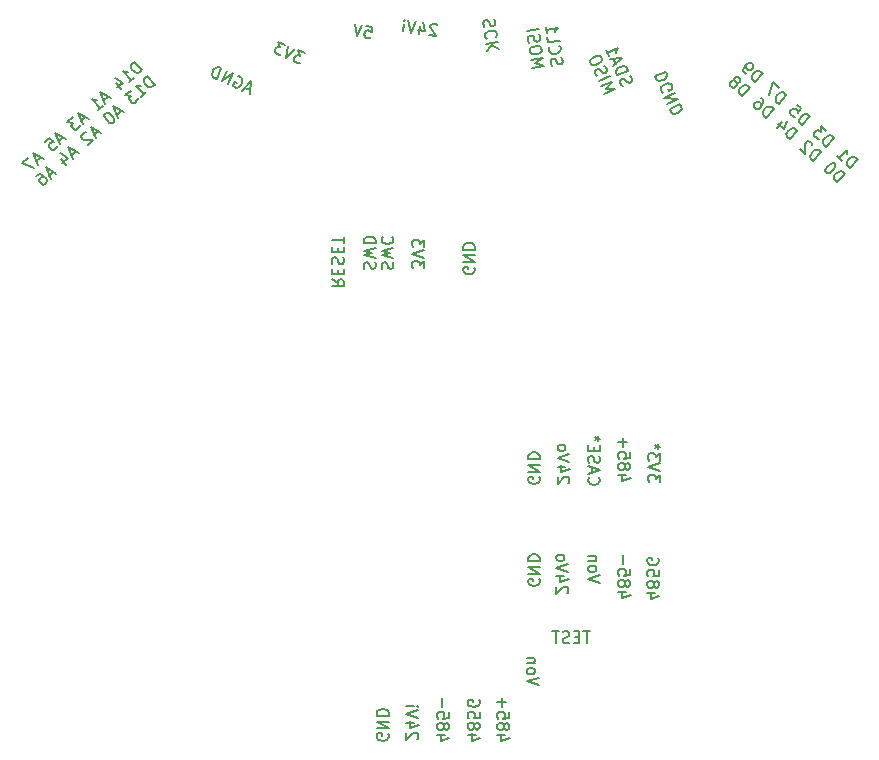
<source format=gbo>
G04 #@! TF.GenerationSoftware,KiCad,Pcbnew,7.0.1-3b83917a11~172~ubuntu22.04.1*
G04 #@! TF.CreationDate,2023-11-06T14:25:17+01:00*
G04 #@! TF.ProjectId,io_coupling_MCU_enhanced,696f5f63-6f75-4706-9c69-6e675f4d4355,rev?*
G04 #@! TF.SameCoordinates,Original*
G04 #@! TF.FileFunction,Legend,Bot*
G04 #@! TF.FilePolarity,Positive*
%FSLAX46Y46*%
G04 Gerber Fmt 4.6, Leading zero omitted, Abs format (unit mm)*
G04 Created by KiCad (PCBNEW 7.0.1-3b83917a11~172~ubuntu22.04.1) date 2023-11-06 14:25:17*
%MOMM*%
%LPD*%
G01*
G04 APERTURE LIST*
G04 Aperture macros list*
%AMHorizOval*
0 Thick line with rounded ends*
0 $1 width*
0 $2 $3 position (X,Y) of the first rounded end (center of the circle)*
0 $4 $5 position (X,Y) of the second rounded end (center of the circle)*
0 Add line between two ends*
20,1,$1,$2,$3,$4,$5,0*
0 Add two circle primitives to create the rounded ends*
1,1,$1,$2,$3*
1,1,$1,$4,$5*%
%AMRotRect*
0 Rectangle, with rotation*
0 The origin of the aperture is its center*
0 $1 length*
0 $2 width*
0 $3 Rotation angle, in degrees counterclockwise*
0 Add horizontal line*
21,1,$1,$2,0,0,$3*%
G04 Aperture macros list end*
%ADD10C,0.150000*%
%ADD11RotRect,1.950000X1.950000X188.057000*%
%ADD12C,1.950000*%
%ADD13C,1.500000*%
%ADD14C,1.800000*%
%ADD15C,2.000000*%
%ADD16RotRect,1.950000X1.950000X204.171000*%
%ADD17HorizOval,0.500000X0.000000X0.000000X0.000000X0.000000X0*%
%ADD18C,0.500000*%
%ADD19RotRect,1.950000X1.950000X171.943000*%
%ADD20HorizOval,1.100000X0.393061X0.074184X-0.393061X-0.074184X0*%
%ADD21C,1.250000*%
%ADD22RotRect,1.950000X1.950000X155.828000*%
%ADD23C,1.600000*%
%ADD24C,0.450000*%
%ADD25C,0.800000*%
G04 APERTURE END LIST*
D10*
X-4610238Y-18251904D02*
X-4562619Y-18347142D01*
X-4562619Y-18347142D02*
X-4562619Y-18489999D01*
X-4562619Y-18489999D02*
X-4610238Y-18632856D01*
X-4610238Y-18632856D02*
X-4705476Y-18728094D01*
X-4705476Y-18728094D02*
X-4800714Y-18775713D01*
X-4800714Y-18775713D02*
X-4991190Y-18823332D01*
X-4991190Y-18823332D02*
X-5134047Y-18823332D01*
X-5134047Y-18823332D02*
X-5324523Y-18775713D01*
X-5324523Y-18775713D02*
X-5419761Y-18728094D01*
X-5419761Y-18728094D02*
X-5515000Y-18632856D01*
X-5515000Y-18632856D02*
X-5562619Y-18489999D01*
X-5562619Y-18489999D02*
X-5562619Y-18394761D01*
X-5562619Y-18394761D02*
X-5515000Y-18251904D01*
X-5515000Y-18251904D02*
X-5467380Y-18204285D01*
X-5467380Y-18204285D02*
X-5134047Y-18204285D01*
X-5134047Y-18204285D02*
X-5134047Y-18394761D01*
X-5562619Y-17775713D02*
X-4562619Y-17775713D01*
X-4562619Y-17775713D02*
X-5562619Y-17204285D01*
X-5562619Y-17204285D02*
X-4562619Y-17204285D01*
X-5562619Y-16728094D02*
X-4562619Y-16728094D01*
X-4562619Y-16728094D02*
X-4562619Y-16489999D01*
X-4562619Y-16489999D02*
X-4610238Y-16347142D01*
X-4610238Y-16347142D02*
X-4705476Y-16251904D01*
X-4705476Y-16251904D02*
X-4800714Y-16204285D01*
X-4800714Y-16204285D02*
X-4991190Y-16156666D01*
X-4991190Y-16156666D02*
X-5134047Y-16156666D01*
X-5134047Y-16156666D02*
X-5324523Y-16204285D01*
X-5324523Y-16204285D02*
X-5419761Y-16251904D01*
X-5419761Y-16251904D02*
X-5515000Y-16347142D01*
X-5515000Y-16347142D02*
X-5562619Y-16489999D01*
X-5562619Y-16489999D02*
X-5562619Y-16728094D01*
X-6615000Y21142857D02*
X-6662619Y21285714D01*
X-6662619Y21285714D02*
X-6662619Y21523809D01*
X-6662619Y21523809D02*
X-6615000Y21619047D01*
X-6615000Y21619047D02*
X-6567380Y21666666D01*
X-6567380Y21666666D02*
X-6472142Y21714285D01*
X-6472142Y21714285D02*
X-6376904Y21714285D01*
X-6376904Y21714285D02*
X-6281666Y21666666D01*
X-6281666Y21666666D02*
X-6234047Y21619047D01*
X-6234047Y21619047D02*
X-6186428Y21523809D01*
X-6186428Y21523809D02*
X-6138809Y21333333D01*
X-6138809Y21333333D02*
X-6091190Y21238095D01*
X-6091190Y21238095D02*
X-6043571Y21190476D01*
X-6043571Y21190476D02*
X-5948333Y21142857D01*
X-5948333Y21142857D02*
X-5853095Y21142857D01*
X-5853095Y21142857D02*
X-5757857Y21190476D01*
X-5757857Y21190476D02*
X-5710238Y21238095D01*
X-5710238Y21238095D02*
X-5662619Y21333333D01*
X-5662619Y21333333D02*
X-5662619Y21571428D01*
X-5662619Y21571428D02*
X-5710238Y21714285D01*
X-5662619Y22047619D02*
X-6662619Y22285714D01*
X-6662619Y22285714D02*
X-5948333Y22476190D01*
X-5948333Y22476190D02*
X-6662619Y22666666D01*
X-6662619Y22666666D02*
X-5662619Y22904762D01*
X-6662619Y23285714D02*
X-5662619Y23285714D01*
X-5662619Y23285714D02*
X-5662619Y23523809D01*
X-5662619Y23523809D02*
X-5710238Y23666666D01*
X-5710238Y23666666D02*
X-5805476Y23761904D01*
X-5805476Y23761904D02*
X-5900714Y23809523D01*
X-5900714Y23809523D02*
X-6091190Y23857142D01*
X-6091190Y23857142D02*
X-6234047Y23857142D01*
X-6234047Y23857142D02*
X-6424523Y23809523D01*
X-6424523Y23809523D02*
X-6519761Y23761904D01*
X-6519761Y23761904D02*
X-6615000Y23666666D01*
X-6615000Y23666666D02*
X-6662619Y23523809D01*
X-6662619Y23523809D02*
X-6662619Y23285714D01*
X18885843Y37832668D02*
X17973523Y37423191D01*
X17973523Y37423191D02*
X18071018Y37205972D01*
X18071018Y37205972D02*
X18172958Y37095139D01*
X18172958Y37095139D02*
X18298844Y37047249D01*
X18298844Y37047249D02*
X18405230Y37042803D01*
X18405230Y37042803D02*
X18598505Y37077355D01*
X18598505Y37077355D02*
X18728836Y37135852D01*
X18728836Y37135852D02*
X18883112Y37257291D01*
X18883112Y37257291D02*
X18950501Y37339733D01*
X18950501Y37339733D02*
X18998391Y37465619D01*
X18998391Y37465619D02*
X18983338Y37615449D01*
X18983338Y37615449D02*
X18885843Y37832668D01*
X18640932Y36052487D02*
X18558491Y36119876D01*
X18558491Y36119876D02*
X18499994Y36250208D01*
X18499994Y36250208D02*
X18484941Y36400038D01*
X18484941Y36400038D02*
X18532831Y36525924D01*
X18532831Y36525924D02*
X18600219Y36608365D01*
X18600219Y36608365D02*
X18754496Y36729805D01*
X18754496Y36729805D02*
X18884827Y36788301D01*
X18884827Y36788301D02*
X19078102Y36822853D01*
X19078102Y36822853D02*
X19184488Y36818407D01*
X19184488Y36818407D02*
X19310374Y36770517D01*
X19310374Y36770517D02*
X19412314Y36659685D01*
X19412314Y36659685D02*
X19451312Y36572797D01*
X19451312Y36572797D02*
X19466365Y36422967D01*
X19466365Y36422967D02*
X19442420Y36360024D01*
X19442420Y36360024D02*
X19138313Y36223532D01*
X19138313Y36223532D02*
X19060318Y36397307D01*
X19704798Y36008027D02*
X18792478Y35598550D01*
X18792478Y35598550D02*
X19938785Y35486702D01*
X19938785Y35486702D02*
X19026465Y35077224D01*
X20133774Y35052263D02*
X19221454Y34642786D01*
X19221454Y34642786D02*
X19318948Y34425567D01*
X19318948Y34425567D02*
X19420889Y34314734D01*
X19420889Y34314734D02*
X19546774Y34266845D01*
X19546774Y34266845D02*
X19653161Y34262399D01*
X19653161Y34262399D02*
X19846435Y34296950D01*
X19846435Y34296950D02*
X19976767Y34355447D01*
X19976767Y34355447D02*
X20131043Y34476887D01*
X20131043Y34476887D02*
X20198432Y34559328D01*
X20198432Y34559328D02*
X20246322Y34685214D01*
X20246322Y34685214D02*
X20231269Y34835044D01*
X20231269Y34835044D02*
X20133774Y35052263D01*
X-9362619Y20247618D02*
X-8886428Y19914285D01*
X-9362619Y19676190D02*
X-8362619Y19676190D01*
X-8362619Y19676190D02*
X-8362619Y20057142D01*
X-8362619Y20057142D02*
X-8410238Y20152380D01*
X-8410238Y20152380D02*
X-8457857Y20199999D01*
X-8457857Y20199999D02*
X-8553095Y20247618D01*
X-8553095Y20247618D02*
X-8695952Y20247618D01*
X-8695952Y20247618D02*
X-8791190Y20199999D01*
X-8791190Y20199999D02*
X-8838809Y20152380D01*
X-8838809Y20152380D02*
X-8886428Y20057142D01*
X-8886428Y20057142D02*
X-8886428Y19676190D01*
X-8838809Y20676190D02*
X-8838809Y21009523D01*
X-9362619Y21152380D02*
X-9362619Y20676190D01*
X-9362619Y20676190D02*
X-8362619Y20676190D01*
X-8362619Y20676190D02*
X-8362619Y21152380D01*
X-9315000Y21533333D02*
X-9362619Y21676190D01*
X-9362619Y21676190D02*
X-9362619Y21914285D01*
X-9362619Y21914285D02*
X-9315000Y22009523D01*
X-9315000Y22009523D02*
X-9267380Y22057142D01*
X-9267380Y22057142D02*
X-9172142Y22104761D01*
X-9172142Y22104761D02*
X-9076904Y22104761D01*
X-9076904Y22104761D02*
X-8981666Y22057142D01*
X-8981666Y22057142D02*
X-8934047Y22009523D01*
X-8934047Y22009523D02*
X-8886428Y21914285D01*
X-8886428Y21914285D02*
X-8838809Y21723809D01*
X-8838809Y21723809D02*
X-8791190Y21628571D01*
X-8791190Y21628571D02*
X-8743571Y21580952D01*
X-8743571Y21580952D02*
X-8648333Y21533333D01*
X-8648333Y21533333D02*
X-8553095Y21533333D01*
X-8553095Y21533333D02*
X-8457857Y21580952D01*
X-8457857Y21580952D02*
X-8410238Y21628571D01*
X-8410238Y21628571D02*
X-8362619Y21723809D01*
X-8362619Y21723809D02*
X-8362619Y21961904D01*
X-8362619Y21961904D02*
X-8410238Y22104761D01*
X-8838809Y22533333D02*
X-8838809Y22866666D01*
X-9362619Y23009523D02*
X-9362619Y22533333D01*
X-9362619Y22533333D02*
X-8362619Y22533333D01*
X-8362619Y22533333D02*
X-8362619Y23009523D01*
X-8362619Y23295238D02*
X-8362619Y23866666D01*
X-9362619Y23580952D02*
X-8362619Y23580952D01*
X-16307895Y36250289D02*
X-16742863Y36444095D01*
X-16337185Y35950547D02*
X-16234671Y36999643D01*
X-16234671Y36999643D02*
X-16946140Y36221875D01*
X-17341470Y37440660D02*
X-17235096Y37445396D01*
X-17235096Y37445396D02*
X-17104606Y37387254D01*
X-17104606Y37387254D02*
X-16993496Y37285616D01*
X-16993496Y37285616D02*
X-16945264Y37159861D01*
X-16945264Y37159861D02*
X-16940528Y37053487D01*
X-16940528Y37053487D02*
X-16974553Y36860120D01*
X-16974553Y36860120D02*
X-17032695Y36729629D01*
X-17032695Y36729629D02*
X-17153714Y36575023D01*
X-17153714Y36575023D02*
X-17235972Y36507410D01*
X-17235972Y36507410D02*
X-17361727Y36459178D01*
X-17361727Y36459178D02*
X-17511597Y36473822D01*
X-17511597Y36473822D02*
X-17598591Y36512584D01*
X-17598591Y36512584D02*
X-17709701Y36614222D01*
X-17709701Y36614222D02*
X-17733817Y36677099D01*
X-17733817Y36677099D02*
X-17598153Y36981577D01*
X-17598153Y36981577D02*
X-17424166Y36904054D01*
X-18164049Y36764531D02*
X-17757057Y37677963D01*
X-17757057Y37677963D02*
X-18686010Y36997098D01*
X-18686010Y36997098D02*
X-18279018Y37910529D01*
X-19120977Y37190903D02*
X-18713986Y38104335D01*
X-18713986Y38104335D02*
X-18931469Y38201238D01*
X-18931469Y38201238D02*
X-19081340Y38215883D01*
X-19081340Y38215883D02*
X-19207095Y38167650D01*
X-19207095Y38167650D02*
X-19289353Y38100037D01*
X-19289353Y38100037D02*
X-19410372Y37945431D01*
X-19410372Y37945431D02*
X-19468513Y37814941D01*
X-19468513Y37814941D02*
X-19502539Y37621573D01*
X-19502539Y37621573D02*
X-19497803Y37515199D01*
X-19497803Y37515199D02*
X-19449571Y37389444D01*
X-19449571Y37389444D02*
X-19338461Y37287806D01*
X-19338461Y37287806D02*
X-19120977Y37190903D01*
X4358374Y42287577D02*
X4425546Y42152804D01*
X4425546Y42152804D02*
X4458917Y41917059D01*
X4458917Y41917059D02*
X4425116Y41816087D01*
X4425116Y41816087D02*
X4384642Y41762263D01*
X4384642Y41762263D02*
X4297018Y41701766D01*
X4297018Y41701766D02*
X4202720Y41688418D01*
X4202720Y41688418D02*
X4101747Y41722218D01*
X4101747Y41722218D02*
X4047924Y41762693D01*
X4047924Y41762693D02*
X3987427Y41850317D01*
X3987427Y41850317D02*
X3913581Y42032239D01*
X3913581Y42032239D02*
X3853084Y42119862D01*
X3853084Y42119862D02*
X3799260Y42160337D01*
X3799260Y42160337D02*
X3698288Y42194138D01*
X3698288Y42194138D02*
X3603990Y42180789D01*
X3603990Y42180789D02*
X3516366Y42120292D01*
X3516366Y42120292D02*
X3475892Y42066469D01*
X3475892Y42066469D02*
X3442091Y41965497D01*
X3442091Y41965497D02*
X3475462Y41729752D01*
X3475462Y41729752D02*
X3542634Y41594979D01*
X4531474Y40724985D02*
X4571949Y40778808D01*
X4571949Y40778808D02*
X4599075Y40926930D01*
X4599075Y40926930D02*
X4585727Y41021228D01*
X4585727Y41021228D02*
X4518555Y41156000D01*
X4518555Y41156000D02*
X4410909Y41236950D01*
X4410909Y41236950D02*
X4309937Y41270751D01*
X4309937Y41270751D02*
X4114666Y41291203D01*
X4114666Y41291203D02*
X3973219Y41271180D01*
X3973219Y41271180D02*
X3791297Y41197334D01*
X3791297Y41197334D02*
X3703674Y41136837D01*
X3703674Y41136837D02*
X3622724Y41029191D01*
X3622724Y41029191D02*
X3595598Y40881069D01*
X3595598Y40881069D02*
X3608946Y40786771D01*
X3608946Y40786771D02*
X3676118Y40651999D01*
X3676118Y40651999D02*
X3729941Y40611524D01*
X4685840Y40313992D02*
X3695711Y40173834D01*
X4765930Y39748204D02*
X4140074Y40092455D01*
X3775801Y39608046D02*
X4261499Y40253925D01*
X204047Y-18370952D02*
X-462619Y-18370952D01*
X585000Y-18609047D02*
X-129285Y-18847142D01*
X-129285Y-18847142D02*
X-129285Y-18228095D01*
X108809Y-17704285D02*
X156428Y-17799523D01*
X156428Y-17799523D02*
X204047Y-17847142D01*
X204047Y-17847142D02*
X299285Y-17894761D01*
X299285Y-17894761D02*
X346904Y-17894761D01*
X346904Y-17894761D02*
X442142Y-17847142D01*
X442142Y-17847142D02*
X489761Y-17799523D01*
X489761Y-17799523D02*
X537380Y-17704285D01*
X537380Y-17704285D02*
X537380Y-17513809D01*
X537380Y-17513809D02*
X489761Y-17418571D01*
X489761Y-17418571D02*
X442142Y-17370952D01*
X442142Y-17370952D02*
X346904Y-17323333D01*
X346904Y-17323333D02*
X299285Y-17323333D01*
X299285Y-17323333D02*
X204047Y-17370952D01*
X204047Y-17370952D02*
X156428Y-17418571D01*
X156428Y-17418571D02*
X108809Y-17513809D01*
X108809Y-17513809D02*
X108809Y-17704285D01*
X108809Y-17704285D02*
X61190Y-17799523D01*
X61190Y-17799523D02*
X13571Y-17847142D01*
X13571Y-17847142D02*
X-81666Y-17894761D01*
X-81666Y-17894761D02*
X-272142Y-17894761D01*
X-272142Y-17894761D02*
X-367380Y-17847142D01*
X-367380Y-17847142D02*
X-415000Y-17799523D01*
X-415000Y-17799523D02*
X-462619Y-17704285D01*
X-462619Y-17704285D02*
X-462619Y-17513809D01*
X-462619Y-17513809D02*
X-415000Y-17418571D01*
X-415000Y-17418571D02*
X-367380Y-17370952D01*
X-367380Y-17370952D02*
X-272142Y-17323333D01*
X-272142Y-17323333D02*
X-81666Y-17323333D01*
X-81666Y-17323333D02*
X13571Y-17370952D01*
X13571Y-17370952D02*
X61190Y-17418571D01*
X61190Y-17418571D02*
X108809Y-17513809D01*
X537380Y-16418571D02*
X537380Y-16894761D01*
X537380Y-16894761D02*
X61190Y-16942380D01*
X61190Y-16942380D02*
X108809Y-16894761D01*
X108809Y-16894761D02*
X156428Y-16799523D01*
X156428Y-16799523D02*
X156428Y-16561428D01*
X156428Y-16561428D02*
X108809Y-16466190D01*
X108809Y-16466190D02*
X61190Y-16418571D01*
X61190Y-16418571D02*
X-34047Y-16370952D01*
X-34047Y-16370952D02*
X-272142Y-16370952D01*
X-272142Y-16370952D02*
X-367380Y-16418571D01*
X-367380Y-16418571D02*
X-415000Y-16466190D01*
X-415000Y-16466190D02*
X-462619Y-16561428D01*
X-462619Y-16561428D02*
X-462619Y-16799523D01*
X-462619Y-16799523D02*
X-415000Y-16894761D01*
X-415000Y-16894761D02*
X-367380Y-16942380D01*
X-81666Y-15942380D02*
X-81666Y-15180476D01*
X17984047Y-6341904D02*
X17317380Y-6341904D01*
X18365000Y-6579999D02*
X17650714Y-6818094D01*
X17650714Y-6818094D02*
X17650714Y-6199047D01*
X17888809Y-5675237D02*
X17936428Y-5770475D01*
X17936428Y-5770475D02*
X17984047Y-5818094D01*
X17984047Y-5818094D02*
X18079285Y-5865713D01*
X18079285Y-5865713D02*
X18126904Y-5865713D01*
X18126904Y-5865713D02*
X18222142Y-5818094D01*
X18222142Y-5818094D02*
X18269761Y-5770475D01*
X18269761Y-5770475D02*
X18317380Y-5675237D01*
X18317380Y-5675237D02*
X18317380Y-5484761D01*
X18317380Y-5484761D02*
X18269761Y-5389523D01*
X18269761Y-5389523D02*
X18222142Y-5341904D01*
X18222142Y-5341904D02*
X18126904Y-5294285D01*
X18126904Y-5294285D02*
X18079285Y-5294285D01*
X18079285Y-5294285D02*
X17984047Y-5341904D01*
X17984047Y-5341904D02*
X17936428Y-5389523D01*
X17936428Y-5389523D02*
X17888809Y-5484761D01*
X17888809Y-5484761D02*
X17888809Y-5675237D01*
X17888809Y-5675237D02*
X17841190Y-5770475D01*
X17841190Y-5770475D02*
X17793571Y-5818094D01*
X17793571Y-5818094D02*
X17698333Y-5865713D01*
X17698333Y-5865713D02*
X17507857Y-5865713D01*
X17507857Y-5865713D02*
X17412619Y-5818094D01*
X17412619Y-5818094D02*
X17365000Y-5770475D01*
X17365000Y-5770475D02*
X17317380Y-5675237D01*
X17317380Y-5675237D02*
X17317380Y-5484761D01*
X17317380Y-5484761D02*
X17365000Y-5389523D01*
X17365000Y-5389523D02*
X17412619Y-5341904D01*
X17412619Y-5341904D02*
X17507857Y-5294285D01*
X17507857Y-5294285D02*
X17698333Y-5294285D01*
X17698333Y-5294285D02*
X17793571Y-5341904D01*
X17793571Y-5341904D02*
X17841190Y-5389523D01*
X17841190Y-5389523D02*
X17888809Y-5484761D01*
X18317380Y-4389523D02*
X18317380Y-4865713D01*
X18317380Y-4865713D02*
X17841190Y-4913332D01*
X17841190Y-4913332D02*
X17888809Y-4865713D01*
X17888809Y-4865713D02*
X17936428Y-4770475D01*
X17936428Y-4770475D02*
X17936428Y-4532380D01*
X17936428Y-4532380D02*
X17888809Y-4437142D01*
X17888809Y-4437142D02*
X17841190Y-4389523D01*
X17841190Y-4389523D02*
X17745952Y-4341904D01*
X17745952Y-4341904D02*
X17507857Y-4341904D01*
X17507857Y-4341904D02*
X17412619Y-4389523D01*
X17412619Y-4389523D02*
X17365000Y-4437142D01*
X17365000Y-4437142D02*
X17317380Y-4532380D01*
X17317380Y-4532380D02*
X17317380Y-4770475D01*
X17317380Y-4770475D02*
X17365000Y-4865713D01*
X17365000Y-4865713D02*
X17412619Y-4913332D01*
X18269761Y-3389523D02*
X18317380Y-3484761D01*
X18317380Y-3484761D02*
X18317380Y-3627618D01*
X18317380Y-3627618D02*
X18269761Y-3770475D01*
X18269761Y-3770475D02*
X18174523Y-3865713D01*
X18174523Y-3865713D02*
X18079285Y-3913332D01*
X18079285Y-3913332D02*
X17888809Y-3960951D01*
X17888809Y-3960951D02*
X17745952Y-3960951D01*
X17745952Y-3960951D02*
X17555476Y-3913332D01*
X17555476Y-3913332D02*
X17460238Y-3865713D01*
X17460238Y-3865713D02*
X17365000Y-3770475D01*
X17365000Y-3770475D02*
X17317380Y-3627618D01*
X17317380Y-3627618D02*
X17317380Y-3532380D01*
X17317380Y-3532380D02*
X17365000Y-3389523D01*
X17365000Y-3389523D02*
X17412619Y-3341904D01*
X17412619Y-3341904D02*
X17745952Y-3341904D01*
X17745952Y-3341904D02*
X17745952Y-3532380D01*
X-5115000Y21142857D02*
X-5162619Y21285714D01*
X-5162619Y21285714D02*
X-5162619Y21523809D01*
X-5162619Y21523809D02*
X-5115000Y21619047D01*
X-5115000Y21619047D02*
X-5067380Y21666666D01*
X-5067380Y21666666D02*
X-4972142Y21714285D01*
X-4972142Y21714285D02*
X-4876904Y21714285D01*
X-4876904Y21714285D02*
X-4781666Y21666666D01*
X-4781666Y21666666D02*
X-4734047Y21619047D01*
X-4734047Y21619047D02*
X-4686428Y21523809D01*
X-4686428Y21523809D02*
X-4638809Y21333333D01*
X-4638809Y21333333D02*
X-4591190Y21238095D01*
X-4591190Y21238095D02*
X-4543571Y21190476D01*
X-4543571Y21190476D02*
X-4448333Y21142857D01*
X-4448333Y21142857D02*
X-4353095Y21142857D01*
X-4353095Y21142857D02*
X-4257857Y21190476D01*
X-4257857Y21190476D02*
X-4210238Y21238095D01*
X-4210238Y21238095D02*
X-4162619Y21333333D01*
X-4162619Y21333333D02*
X-4162619Y21571428D01*
X-4162619Y21571428D02*
X-4210238Y21714285D01*
X-4162619Y22047619D02*
X-5162619Y22285714D01*
X-5162619Y22285714D02*
X-4448333Y22476190D01*
X-4448333Y22476190D02*
X-5162619Y22666666D01*
X-5162619Y22666666D02*
X-4162619Y22904762D01*
X-5067380Y23857142D02*
X-5115000Y23809523D01*
X-5115000Y23809523D02*
X-5162619Y23666666D01*
X-5162619Y23666666D02*
X-5162619Y23571428D01*
X-5162619Y23571428D02*
X-5115000Y23428571D01*
X-5115000Y23428571D02*
X-5019761Y23333333D01*
X-5019761Y23333333D02*
X-4924523Y23285714D01*
X-4924523Y23285714D02*
X-4734047Y23238095D01*
X-4734047Y23238095D02*
X-4591190Y23238095D01*
X-4591190Y23238095D02*
X-4400714Y23285714D01*
X-4400714Y23285714D02*
X-4305476Y23333333D01*
X-4305476Y23333333D02*
X-4210238Y23428571D01*
X-4210238Y23428571D02*
X-4162619Y23571428D01*
X-4162619Y23571428D02*
X-4162619Y23666666D01*
X-4162619Y23666666D02*
X-4210238Y23809523D01*
X-4210238Y23809523D02*
X-4257857Y23857142D01*
X2804047Y-18351904D02*
X2137380Y-18351904D01*
X3185000Y-18589999D02*
X2470714Y-18828094D01*
X2470714Y-18828094D02*
X2470714Y-18209047D01*
X2708809Y-17685237D02*
X2756428Y-17780475D01*
X2756428Y-17780475D02*
X2804047Y-17828094D01*
X2804047Y-17828094D02*
X2899285Y-17875713D01*
X2899285Y-17875713D02*
X2946904Y-17875713D01*
X2946904Y-17875713D02*
X3042142Y-17828094D01*
X3042142Y-17828094D02*
X3089761Y-17780475D01*
X3089761Y-17780475D02*
X3137380Y-17685237D01*
X3137380Y-17685237D02*
X3137380Y-17494761D01*
X3137380Y-17494761D02*
X3089761Y-17399523D01*
X3089761Y-17399523D02*
X3042142Y-17351904D01*
X3042142Y-17351904D02*
X2946904Y-17304285D01*
X2946904Y-17304285D02*
X2899285Y-17304285D01*
X2899285Y-17304285D02*
X2804047Y-17351904D01*
X2804047Y-17351904D02*
X2756428Y-17399523D01*
X2756428Y-17399523D02*
X2708809Y-17494761D01*
X2708809Y-17494761D02*
X2708809Y-17685237D01*
X2708809Y-17685237D02*
X2661190Y-17780475D01*
X2661190Y-17780475D02*
X2613571Y-17828094D01*
X2613571Y-17828094D02*
X2518333Y-17875713D01*
X2518333Y-17875713D02*
X2327857Y-17875713D01*
X2327857Y-17875713D02*
X2232619Y-17828094D01*
X2232619Y-17828094D02*
X2185000Y-17780475D01*
X2185000Y-17780475D02*
X2137380Y-17685237D01*
X2137380Y-17685237D02*
X2137380Y-17494761D01*
X2137380Y-17494761D02*
X2185000Y-17399523D01*
X2185000Y-17399523D02*
X2232619Y-17351904D01*
X2232619Y-17351904D02*
X2327857Y-17304285D01*
X2327857Y-17304285D02*
X2518333Y-17304285D01*
X2518333Y-17304285D02*
X2613571Y-17351904D01*
X2613571Y-17351904D02*
X2661190Y-17399523D01*
X2661190Y-17399523D02*
X2708809Y-17494761D01*
X3137380Y-16399523D02*
X3137380Y-16875713D01*
X3137380Y-16875713D02*
X2661190Y-16923332D01*
X2661190Y-16923332D02*
X2708809Y-16875713D01*
X2708809Y-16875713D02*
X2756428Y-16780475D01*
X2756428Y-16780475D02*
X2756428Y-16542380D01*
X2756428Y-16542380D02*
X2708809Y-16447142D01*
X2708809Y-16447142D02*
X2661190Y-16399523D01*
X2661190Y-16399523D02*
X2565952Y-16351904D01*
X2565952Y-16351904D02*
X2327857Y-16351904D01*
X2327857Y-16351904D02*
X2232619Y-16399523D01*
X2232619Y-16399523D02*
X2185000Y-16447142D01*
X2185000Y-16447142D02*
X2137380Y-16542380D01*
X2137380Y-16542380D02*
X2137380Y-16780475D01*
X2137380Y-16780475D02*
X2185000Y-16875713D01*
X2185000Y-16875713D02*
X2232619Y-16923332D01*
X3089761Y-15399523D02*
X3137380Y-15494761D01*
X3137380Y-15494761D02*
X3137380Y-15637618D01*
X3137380Y-15637618D02*
X3089761Y-15780475D01*
X3089761Y-15780475D02*
X2994523Y-15875713D01*
X2994523Y-15875713D02*
X2899285Y-15923332D01*
X2899285Y-15923332D02*
X2708809Y-15970951D01*
X2708809Y-15970951D02*
X2565952Y-15970951D01*
X2565952Y-15970951D02*
X2375476Y-15923332D01*
X2375476Y-15923332D02*
X2280238Y-15875713D01*
X2280238Y-15875713D02*
X2185000Y-15780475D01*
X2185000Y-15780475D02*
X2137380Y-15637618D01*
X2137380Y-15637618D02*
X2137380Y-15542380D01*
X2137380Y-15542380D02*
X2185000Y-15399523D01*
X2185000Y-15399523D02*
X2232619Y-15351904D01*
X2232619Y-15351904D02*
X2565952Y-15351904D01*
X2565952Y-15351904D02*
X2565952Y-15542380D01*
X9245634Y38339478D02*
X9178462Y38474251D01*
X9178462Y38474251D02*
X9145091Y38709996D01*
X9145091Y38709996D02*
X9178892Y38810968D01*
X9178892Y38810968D02*
X9219366Y38864792D01*
X9219366Y38864792D02*
X9306990Y38925289D01*
X9306990Y38925289D02*
X9401288Y38938637D01*
X9401288Y38938637D02*
X9502261Y38904837D01*
X9502261Y38904837D02*
X9556084Y38864362D01*
X9556084Y38864362D02*
X9616581Y38776738D01*
X9616581Y38776738D02*
X9690427Y38594816D01*
X9690427Y38594816D02*
X9750924Y38507193D01*
X9750924Y38507193D02*
X9804748Y38466718D01*
X9804748Y38466718D02*
X9905720Y38432917D01*
X9905720Y38432917D02*
X10000018Y38446266D01*
X10000018Y38446266D02*
X10087642Y38506763D01*
X10087642Y38506763D02*
X10128116Y38560586D01*
X10128116Y38560586D02*
X10161917Y38661558D01*
X10161917Y38661558D02*
X10128546Y38897303D01*
X10128546Y38897303D02*
X10061374Y39032076D01*
X9072534Y39902070D02*
X9032059Y39848247D01*
X9032059Y39848247D02*
X9004933Y39700125D01*
X9004933Y39700125D02*
X9018281Y39605827D01*
X9018281Y39605827D02*
X9085453Y39471055D01*
X9085453Y39471055D02*
X9193099Y39390105D01*
X9193099Y39390105D02*
X9294071Y39356304D01*
X9294071Y39356304D02*
X9489342Y39335852D01*
X9489342Y39335852D02*
X9630789Y39355875D01*
X9630789Y39355875D02*
X9812711Y39429721D01*
X9812711Y39429721D02*
X9900334Y39490218D01*
X9900334Y39490218D02*
X9981284Y39597864D01*
X9981284Y39597864D02*
X10008410Y39745986D01*
X10008410Y39745986D02*
X9995062Y39840284D01*
X9995062Y39840284D02*
X9927890Y39975056D01*
X9927890Y39975056D02*
X9874067Y40015531D01*
X8851426Y40784553D02*
X8918168Y40313063D01*
X8918168Y40313063D02*
X9908297Y40453221D01*
X8731291Y41633235D02*
X8811381Y41067447D01*
X8771336Y41350341D02*
X9761465Y41490499D01*
X9761465Y41490499D02*
X9633366Y41376178D01*
X9633366Y41376178D02*
X9552417Y41268532D01*
X9552417Y41268532D02*
X9518616Y41167560D01*
X7587801Y38152897D02*
X8577931Y38293055D01*
X8577931Y38293055D02*
X7823976Y38522985D01*
X7823976Y38522985D02*
X8484492Y38953141D01*
X8484492Y38953141D02*
X7494363Y38812983D01*
X8391053Y39613227D02*
X8364356Y39801823D01*
X8364356Y39801823D02*
X8303859Y39889447D01*
X8303859Y39889447D02*
X8196212Y39970397D01*
X8196212Y39970397D02*
X8000942Y39990849D01*
X8000942Y39990849D02*
X7670899Y39944130D01*
X7670899Y39944130D02*
X7488977Y39870284D01*
X7488977Y39870284D02*
X7408028Y39762637D01*
X7408028Y39762637D02*
X7374227Y39661665D01*
X7374227Y39661665D02*
X7400924Y39473069D01*
X7400924Y39473069D02*
X7461421Y39385445D01*
X7461421Y39385445D02*
X7569068Y39304496D01*
X7569068Y39304496D02*
X7764338Y39284044D01*
X7764338Y39284044D02*
X8094381Y39330763D01*
X8094381Y39330763D02*
X8276303Y39404609D01*
X8276303Y39404609D02*
X8357252Y39512255D01*
X8357252Y39512255D02*
X8391053Y39613227D01*
X7334612Y40281276D02*
X7267440Y40416049D01*
X7267440Y40416049D02*
X7234069Y40651794D01*
X7234069Y40651794D02*
X7267870Y40752767D01*
X7267870Y40752767D02*
X7308344Y40806590D01*
X7308344Y40806590D02*
X7395968Y40867087D01*
X7395968Y40867087D02*
X7490266Y40880436D01*
X7490266Y40880436D02*
X7591238Y40846635D01*
X7591238Y40846635D02*
X7645062Y40806160D01*
X7645062Y40806160D02*
X7705559Y40718536D01*
X7705559Y40718536D02*
X7779405Y40536615D01*
X7779405Y40536615D02*
X7839902Y40448991D01*
X7839902Y40448991D02*
X7893725Y40408516D01*
X7893725Y40408516D02*
X7994698Y40374715D01*
X7994698Y40374715D02*
X8088996Y40388064D01*
X8088996Y40388064D02*
X8176619Y40448561D01*
X8176619Y40448561D02*
X8217094Y40502384D01*
X8217094Y40502384D02*
X8250895Y40603357D01*
X8250895Y40603357D02*
X8217524Y40839102D01*
X8217524Y40839102D02*
X8150352Y40973874D01*
X7147304Y41264731D02*
X8137433Y41404890D01*
X15255057Y36606739D02*
X15153117Y36717571D01*
X15153117Y36717571D02*
X15055622Y36934791D01*
X15055622Y36934791D02*
X15060068Y37041177D01*
X15060068Y37041177D02*
X15084013Y37104120D01*
X15084013Y37104120D02*
X15151402Y37186562D01*
X15151402Y37186562D02*
X15238289Y37225559D01*
X15238289Y37225559D02*
X15344676Y37221113D01*
X15344676Y37221113D02*
X15407619Y37197169D01*
X15407619Y37197169D02*
X15490060Y37129780D01*
X15490060Y37129780D02*
X15611500Y36975503D01*
X15611500Y36975503D02*
X15693942Y36908115D01*
X15693942Y36908115D02*
X15756884Y36884170D01*
X15756884Y36884170D02*
X15863271Y36879724D01*
X15863271Y36879724D02*
X15950158Y36918722D01*
X15950158Y36918722D02*
X16017547Y37001163D01*
X16017547Y37001163D02*
X16041492Y37064106D01*
X16041492Y37064106D02*
X16045938Y37170493D01*
X16045938Y37170493D02*
X15948444Y37387712D01*
X15948444Y37387712D02*
X15846503Y37498544D01*
X14802136Y37499560D02*
X15714457Y37909038D01*
X15714457Y37909038D02*
X15616962Y38126257D01*
X15616962Y38126257D02*
X15515021Y38237089D01*
X15515021Y38237089D02*
X15389136Y38284979D01*
X15389136Y38284979D02*
X15282749Y38289425D01*
X15282749Y38289425D02*
X15089475Y38254873D01*
X15089475Y38254873D02*
X14959144Y38196377D01*
X14959144Y38196377D02*
X14804867Y38074937D01*
X14804867Y38074937D02*
X14737479Y37992495D01*
X14737479Y37992495D02*
X14689589Y37866610D01*
X14689589Y37866610D02*
X14704642Y37716780D01*
X14704642Y37716780D02*
X14802136Y37499560D01*
X14672821Y38485430D02*
X14477832Y38919869D01*
X14451156Y38281549D02*
X15226984Y38995133D01*
X15226984Y38995133D02*
X14178171Y38889763D01*
X13827190Y39671752D02*
X14061177Y39150426D01*
X13944184Y39411089D02*
X14856504Y39820566D01*
X14856504Y39820566D02*
X14765171Y39675182D01*
X14765171Y39675182D02*
X14717281Y39549296D01*
X14717281Y39549296D02*
X14712835Y39442910D01*
X13714156Y35967331D02*
X14626476Y36376808D01*
X14626476Y36376808D02*
X13838326Y36388431D01*
X13838326Y36388431D02*
X14353491Y36985022D01*
X14353491Y36985022D02*
X13441171Y36575544D01*
X13246182Y37009983D02*
X14158502Y37419460D01*
X13114135Y37420475D02*
X13012195Y37531308D01*
X13012195Y37531308D02*
X12914700Y37748527D01*
X12914700Y37748527D02*
X12919146Y37854914D01*
X12919146Y37854914D02*
X12943091Y37917856D01*
X12943091Y37917856D02*
X13010480Y38000298D01*
X13010480Y38000298D02*
X13097368Y38039296D01*
X13097368Y38039296D02*
X13203754Y38034850D01*
X13203754Y38034850D02*
X13266697Y38010905D01*
X13266697Y38010905D02*
X13349138Y37943516D01*
X13349138Y37943516D02*
X13470578Y37789240D01*
X13470578Y37789240D02*
X13553020Y37721851D01*
X13553020Y37721851D02*
X13615962Y37697906D01*
X13615962Y37697906D02*
X13722349Y37693460D01*
X13722349Y37693460D02*
X13809237Y37732458D01*
X13809237Y37732458D02*
X13876625Y37814900D01*
X13876625Y37814900D02*
X13900570Y37877842D01*
X13900570Y37877842D02*
X13905016Y37984229D01*
X13905016Y37984229D02*
X13807522Y38201448D01*
X13807522Y38201448D02*
X13705581Y38312281D01*
X13495539Y38896549D02*
X13417543Y39070325D01*
X13417543Y39070325D02*
X13335102Y39137713D01*
X13335102Y39137713D02*
X13209216Y39185603D01*
X13209216Y39185603D02*
X13015942Y39151051D01*
X13015942Y39151051D02*
X12711835Y39014559D01*
X12711835Y39014559D02*
X12557559Y38893120D01*
X12557559Y38893120D02*
X12509669Y38767234D01*
X12509669Y38767234D02*
X12505223Y38660847D01*
X12505223Y38660847D02*
X12583219Y38487072D01*
X12583219Y38487072D02*
X12665660Y38419683D01*
X12665660Y38419683D02*
X12791546Y38371794D01*
X12791546Y38371794D02*
X12984820Y38406345D01*
X12984820Y38406345D02*
X13288927Y38542838D01*
X13288927Y38542838D02*
X13443203Y38664277D01*
X13443203Y38664277D02*
X13491093Y38790163D01*
X13491093Y38790163D02*
X13495539Y38896549D01*
X5304047Y-18370952D02*
X4637380Y-18370952D01*
X5685000Y-18609047D02*
X4970714Y-18847142D01*
X4970714Y-18847142D02*
X4970714Y-18228095D01*
X5208809Y-17704285D02*
X5256428Y-17799523D01*
X5256428Y-17799523D02*
X5304047Y-17847142D01*
X5304047Y-17847142D02*
X5399285Y-17894761D01*
X5399285Y-17894761D02*
X5446904Y-17894761D01*
X5446904Y-17894761D02*
X5542142Y-17847142D01*
X5542142Y-17847142D02*
X5589761Y-17799523D01*
X5589761Y-17799523D02*
X5637380Y-17704285D01*
X5637380Y-17704285D02*
X5637380Y-17513809D01*
X5637380Y-17513809D02*
X5589761Y-17418571D01*
X5589761Y-17418571D02*
X5542142Y-17370952D01*
X5542142Y-17370952D02*
X5446904Y-17323333D01*
X5446904Y-17323333D02*
X5399285Y-17323333D01*
X5399285Y-17323333D02*
X5304047Y-17370952D01*
X5304047Y-17370952D02*
X5256428Y-17418571D01*
X5256428Y-17418571D02*
X5208809Y-17513809D01*
X5208809Y-17513809D02*
X5208809Y-17704285D01*
X5208809Y-17704285D02*
X5161190Y-17799523D01*
X5161190Y-17799523D02*
X5113571Y-17847142D01*
X5113571Y-17847142D02*
X5018333Y-17894761D01*
X5018333Y-17894761D02*
X4827857Y-17894761D01*
X4827857Y-17894761D02*
X4732619Y-17847142D01*
X4732619Y-17847142D02*
X4685000Y-17799523D01*
X4685000Y-17799523D02*
X4637380Y-17704285D01*
X4637380Y-17704285D02*
X4637380Y-17513809D01*
X4637380Y-17513809D02*
X4685000Y-17418571D01*
X4685000Y-17418571D02*
X4732619Y-17370952D01*
X4732619Y-17370952D02*
X4827857Y-17323333D01*
X4827857Y-17323333D02*
X5018333Y-17323333D01*
X5018333Y-17323333D02*
X5113571Y-17370952D01*
X5113571Y-17370952D02*
X5161190Y-17418571D01*
X5161190Y-17418571D02*
X5208809Y-17513809D01*
X5637380Y-16418571D02*
X5637380Y-16894761D01*
X5637380Y-16894761D02*
X5161190Y-16942380D01*
X5161190Y-16942380D02*
X5208809Y-16894761D01*
X5208809Y-16894761D02*
X5256428Y-16799523D01*
X5256428Y-16799523D02*
X5256428Y-16561428D01*
X5256428Y-16561428D02*
X5208809Y-16466190D01*
X5208809Y-16466190D02*
X5161190Y-16418571D01*
X5161190Y-16418571D02*
X5065952Y-16370952D01*
X5065952Y-16370952D02*
X4827857Y-16370952D01*
X4827857Y-16370952D02*
X4732619Y-16418571D01*
X4732619Y-16418571D02*
X4685000Y-16466190D01*
X4685000Y-16466190D02*
X4637380Y-16561428D01*
X4637380Y-16561428D02*
X4637380Y-16799523D01*
X4637380Y-16799523D02*
X4685000Y-16894761D01*
X4685000Y-16894761D02*
X4732619Y-16942380D01*
X5018333Y-15942380D02*
X5018333Y-15180476D01*
X4637380Y-15561428D02*
X5399285Y-15561428D01*
X2689761Y21238095D02*
X2737380Y21142857D01*
X2737380Y21142857D02*
X2737380Y21000000D01*
X2737380Y21000000D02*
X2689761Y20857143D01*
X2689761Y20857143D02*
X2594523Y20761905D01*
X2594523Y20761905D02*
X2499285Y20714286D01*
X2499285Y20714286D02*
X2308809Y20666667D01*
X2308809Y20666667D02*
X2165952Y20666667D01*
X2165952Y20666667D02*
X1975476Y20714286D01*
X1975476Y20714286D02*
X1880238Y20761905D01*
X1880238Y20761905D02*
X1785000Y20857143D01*
X1785000Y20857143D02*
X1737380Y21000000D01*
X1737380Y21000000D02*
X1737380Y21095238D01*
X1737380Y21095238D02*
X1785000Y21238095D01*
X1785000Y21238095D02*
X1832619Y21285714D01*
X1832619Y21285714D02*
X2165952Y21285714D01*
X2165952Y21285714D02*
X2165952Y21095238D01*
X1737380Y21714286D02*
X2737380Y21714286D01*
X2737380Y21714286D02*
X1737380Y22285714D01*
X1737380Y22285714D02*
X2737380Y22285714D01*
X1737380Y22761905D02*
X2737380Y22761905D01*
X2737380Y22761905D02*
X2737380Y23000000D01*
X2737380Y23000000D02*
X2689761Y23142857D01*
X2689761Y23142857D02*
X2594523Y23238095D01*
X2594523Y23238095D02*
X2499285Y23285714D01*
X2499285Y23285714D02*
X2308809Y23333333D01*
X2308809Y23333333D02*
X2165952Y23333333D01*
X2165952Y23333333D02*
X1975476Y23285714D01*
X1975476Y23285714D02*
X1880238Y23238095D01*
X1880238Y23238095D02*
X1785000Y23142857D01*
X1785000Y23142857D02*
X1737380Y23000000D01*
X1737380Y23000000D02*
X1737380Y22761905D01*
X12495237Y-9562619D02*
X11923809Y-9562619D01*
X12209523Y-10562619D02*
X12209523Y-9562619D01*
X11590475Y-10038809D02*
X11257142Y-10038809D01*
X11114285Y-10562619D02*
X11590475Y-10562619D01*
X11590475Y-10562619D02*
X11590475Y-9562619D01*
X11590475Y-9562619D02*
X11114285Y-9562619D01*
X10733332Y-10515000D02*
X10590475Y-10562619D01*
X10590475Y-10562619D02*
X10352380Y-10562619D01*
X10352380Y-10562619D02*
X10257142Y-10515000D01*
X10257142Y-10515000D02*
X10209523Y-10467380D01*
X10209523Y-10467380D02*
X10161904Y-10372142D01*
X10161904Y-10372142D02*
X10161904Y-10276904D01*
X10161904Y-10276904D02*
X10209523Y-10181666D01*
X10209523Y-10181666D02*
X10257142Y-10134047D01*
X10257142Y-10134047D02*
X10352380Y-10086428D01*
X10352380Y-10086428D02*
X10542856Y-10038809D01*
X10542856Y-10038809D02*
X10638094Y-9991190D01*
X10638094Y-9991190D02*
X10685713Y-9943571D01*
X10685713Y-9943571D02*
X10733332Y-9848333D01*
X10733332Y-9848333D02*
X10733332Y-9753095D01*
X10733332Y-9753095D02*
X10685713Y-9657857D01*
X10685713Y-9657857D02*
X10638094Y-9610238D01*
X10638094Y-9610238D02*
X10542856Y-9562619D01*
X10542856Y-9562619D02*
X10304761Y-9562619D01*
X10304761Y-9562619D02*
X10161904Y-9610238D01*
X9876189Y-9562619D02*
X9304761Y-9562619D01*
X9590475Y-10562619D02*
X9590475Y-9562619D01*
X8209761Y3495095D02*
X8257380Y3399857D01*
X8257380Y3399857D02*
X8257380Y3257000D01*
X8257380Y3257000D02*
X8209761Y3114143D01*
X8209761Y3114143D02*
X8114523Y3018905D01*
X8114523Y3018905D02*
X8019285Y2971286D01*
X8019285Y2971286D02*
X7828809Y2923667D01*
X7828809Y2923667D02*
X7685952Y2923667D01*
X7685952Y2923667D02*
X7495476Y2971286D01*
X7495476Y2971286D02*
X7400238Y3018905D01*
X7400238Y3018905D02*
X7305000Y3114143D01*
X7305000Y3114143D02*
X7257380Y3257000D01*
X7257380Y3257000D02*
X7257380Y3352238D01*
X7257380Y3352238D02*
X7305000Y3495095D01*
X7305000Y3495095D02*
X7352619Y3542714D01*
X7352619Y3542714D02*
X7685952Y3542714D01*
X7685952Y3542714D02*
X7685952Y3352238D01*
X7257380Y3971286D02*
X8257380Y3971286D01*
X8257380Y3971286D02*
X7257380Y4542714D01*
X7257380Y4542714D02*
X8257380Y4542714D01*
X7257380Y5018905D02*
X8257380Y5018905D01*
X8257380Y5018905D02*
X8257380Y5257000D01*
X8257380Y5257000D02*
X8209761Y5399857D01*
X8209761Y5399857D02*
X8114523Y5495095D01*
X8114523Y5495095D02*
X8019285Y5542714D01*
X8019285Y5542714D02*
X7828809Y5590333D01*
X7828809Y5590333D02*
X7685952Y5590333D01*
X7685952Y5590333D02*
X7495476Y5542714D01*
X7495476Y5542714D02*
X7400238Y5495095D01*
X7400238Y5495095D02*
X7305000Y5399857D01*
X7305000Y5399857D02*
X7257380Y5257000D01*
X7257380Y5257000D02*
X7257380Y5018905D01*
X-1562619Y21161905D02*
X-1562619Y21780952D01*
X-1562619Y21780952D02*
X-1943571Y21447619D01*
X-1943571Y21447619D02*
X-1943571Y21590476D01*
X-1943571Y21590476D02*
X-1991190Y21685714D01*
X-1991190Y21685714D02*
X-2038809Y21733333D01*
X-2038809Y21733333D02*
X-2134047Y21780952D01*
X-2134047Y21780952D02*
X-2372142Y21780952D01*
X-2372142Y21780952D02*
X-2467380Y21733333D01*
X-2467380Y21733333D02*
X-2515000Y21685714D01*
X-2515000Y21685714D02*
X-2562619Y21590476D01*
X-2562619Y21590476D02*
X-2562619Y21304762D01*
X-2562619Y21304762D02*
X-2515000Y21209524D01*
X-2515000Y21209524D02*
X-2467380Y21161905D01*
X-1562619Y22066667D02*
X-2562619Y22400000D01*
X-2562619Y22400000D02*
X-1562619Y22733333D01*
X-1562619Y22971429D02*
X-1562619Y23590476D01*
X-1562619Y23590476D02*
X-1943571Y23257143D01*
X-1943571Y23257143D02*
X-1943571Y23400000D01*
X-1943571Y23400000D02*
X-1991190Y23495238D01*
X-1991190Y23495238D02*
X-2038809Y23542857D01*
X-2038809Y23542857D02*
X-2134047Y23590476D01*
X-2134047Y23590476D02*
X-2372142Y23590476D01*
X-2372142Y23590476D02*
X-2467380Y23542857D01*
X-2467380Y23542857D02*
X-2515000Y23495238D01*
X-2515000Y23495238D02*
X-2562619Y23400000D01*
X-2562619Y23400000D02*
X-2562619Y23114286D01*
X-2562619Y23114286D02*
X-2515000Y23019048D01*
X-2515000Y23019048D02*
X-2467380Y22971429D01*
X10642142Y2957143D02*
X10689761Y3004762D01*
X10689761Y3004762D02*
X10737380Y3100000D01*
X10737380Y3100000D02*
X10737380Y3338095D01*
X10737380Y3338095D02*
X10689761Y3433333D01*
X10689761Y3433333D02*
X10642142Y3480952D01*
X10642142Y3480952D02*
X10546904Y3528571D01*
X10546904Y3528571D02*
X10451666Y3528571D01*
X10451666Y3528571D02*
X10308809Y3480952D01*
X10308809Y3480952D02*
X9737380Y2909524D01*
X9737380Y2909524D02*
X9737380Y3528571D01*
X10404047Y4385714D02*
X9737380Y4385714D01*
X10785000Y4147619D02*
X10070714Y3909524D01*
X10070714Y3909524D02*
X10070714Y4528571D01*
X10737380Y4766667D02*
X9737380Y5100000D01*
X9737380Y5100000D02*
X10737380Y5433333D01*
X9737380Y5909524D02*
X9785000Y5814286D01*
X9785000Y5814286D02*
X9832619Y5766667D01*
X9832619Y5766667D02*
X9927857Y5719048D01*
X9927857Y5719048D02*
X10213571Y5719048D01*
X10213571Y5719048D02*
X10308809Y5766667D01*
X10308809Y5766667D02*
X10356428Y5814286D01*
X10356428Y5814286D02*
X10404047Y5909524D01*
X10404047Y5909524D02*
X10404047Y6052381D01*
X10404047Y6052381D02*
X10356428Y6147619D01*
X10356428Y6147619D02*
X10308809Y6195238D01*
X10308809Y6195238D02*
X10213571Y6242857D01*
X10213571Y6242857D02*
X9927857Y6242857D01*
X9927857Y6242857D02*
X9832619Y6195238D01*
X9832619Y6195238D02*
X9785000Y6147619D01*
X9785000Y6147619D02*
X9737380Y6052381D01*
X9737380Y6052381D02*
X9737380Y5909524D01*
X-11673690Y39383360D02*
X-12239148Y39635307D01*
X-12239148Y39635307D02*
X-12089715Y39151669D01*
X-12089715Y39151669D02*
X-12220205Y39209811D01*
X-12220205Y39209811D02*
X-12326579Y39205075D01*
X-12326579Y39205075D02*
X-12389457Y39180959D01*
X-12389457Y39180959D02*
X-12471715Y39113346D01*
X-12471715Y39113346D02*
X-12568617Y38895862D01*
X-12568617Y38895862D02*
X-12563882Y38789488D01*
X-12563882Y38789488D02*
X-12539765Y38726611D01*
X-12539765Y38726611D02*
X-12472153Y38644353D01*
X-12472153Y38644353D02*
X-12211172Y38528070D01*
X-12211172Y38528070D02*
X-12104798Y38532805D01*
X-12104798Y38532805D02*
X-12041921Y38556921D01*
X-12500128Y39751590D02*
X-13211597Y38973822D01*
X-13211597Y38973822D02*
X-13109083Y40022918D01*
X-13326567Y40119821D02*
X-13892025Y40371768D01*
X-13892025Y40371768D02*
X-13742592Y39888130D01*
X-13742592Y39888130D02*
X-13873082Y39946272D01*
X-13873082Y39946272D02*
X-13979456Y39941536D01*
X-13979456Y39941536D02*
X-14042333Y39917420D01*
X-14042333Y39917420D02*
X-14124591Y39849807D01*
X-14124591Y39849807D02*
X-14221494Y39632323D01*
X-14221494Y39632323D02*
X-14216758Y39525949D01*
X-14216758Y39525949D02*
X-14192642Y39463072D01*
X-14192642Y39463072D02*
X-14125029Y39380814D01*
X-14125029Y39380814D02*
X-13864049Y39264531D01*
X-13864049Y39264531D02*
X-13757675Y39269266D01*
X-13757675Y39269266D02*
X-13694797Y39293383D01*
X-449314Y41743490D02*
X-490030Y41797131D01*
X-490030Y41797131D02*
X-577924Y41857235D01*
X-577924Y41857235D02*
X-813817Y41889548D01*
X-813817Y41889548D02*
X-914636Y41855295D01*
X-914636Y41855295D02*
X-968277Y41814579D01*
X-968277Y41814579D02*
X-1028381Y41726684D01*
X-1028381Y41726684D02*
X-1041306Y41632328D01*
X-1041306Y41632328D02*
X-1013516Y41484329D01*
X-1013516Y41484329D02*
X-524926Y40840636D01*
X-524926Y40840636D02*
X-1138246Y40924651D01*
X-1896981Y41701477D02*
X-1987458Y41040978D01*
X-1609388Y42046591D02*
X-1470435Y41306601D01*
X-1470435Y41306601D02*
X-2083755Y41390615D01*
X-2229171Y42083427D02*
X-2695136Y41137918D01*
X-2695136Y41137918D02*
X-2889669Y42173904D01*
X-3355634Y41228395D02*
X-3265157Y41888893D01*
X-3219919Y42219143D02*
X-3179203Y42165502D01*
X-3179203Y42165502D02*
X-3232844Y42124786D01*
X-3232844Y42124786D02*
X-3273560Y42178427D01*
X-3273560Y42178427D02*
X-3219919Y42219143D01*
X-3219919Y42219143D02*
X-3232844Y42124786D01*
X8137380Y-14138094D02*
X7137380Y-13804761D01*
X7137380Y-13804761D02*
X8137380Y-13471428D01*
X7137380Y-12995237D02*
X7185000Y-13090475D01*
X7185000Y-13090475D02*
X7232619Y-13138094D01*
X7232619Y-13138094D02*
X7327857Y-13185713D01*
X7327857Y-13185713D02*
X7613571Y-13185713D01*
X7613571Y-13185713D02*
X7708809Y-13138094D01*
X7708809Y-13138094D02*
X7756428Y-13090475D01*
X7756428Y-13090475D02*
X7804047Y-12995237D01*
X7804047Y-12995237D02*
X7804047Y-12852380D01*
X7804047Y-12852380D02*
X7756428Y-12757142D01*
X7756428Y-12757142D02*
X7708809Y-12709523D01*
X7708809Y-12709523D02*
X7613571Y-12661904D01*
X7613571Y-12661904D02*
X7327857Y-12661904D01*
X7327857Y-12661904D02*
X7232619Y-12709523D01*
X7232619Y-12709523D02*
X7185000Y-12757142D01*
X7185000Y-12757142D02*
X7137380Y-12852380D01*
X7137380Y-12852380D02*
X7137380Y-12995237D01*
X7804047Y-12233332D02*
X7137380Y-12233332D01*
X7708809Y-12233332D02*
X7756428Y-12185713D01*
X7756428Y-12185713D02*
X7804047Y-12090475D01*
X7804047Y-12090475D02*
X7804047Y-11947618D01*
X7804047Y-11947618D02*
X7756428Y-11852380D01*
X7756428Y-11852380D02*
X7661190Y-11804761D01*
X7661190Y-11804761D02*
X7137380Y-11804761D01*
X34492212Y29651927D02*
X35163014Y30393564D01*
X35163014Y30393564D02*
X34986434Y30553279D01*
X34986434Y30553279D02*
X34848543Y30613791D01*
X34848543Y30613791D02*
X34714025Y30607045D01*
X34714025Y30607045D02*
X34614823Y30568356D01*
X34614823Y30568356D02*
X34451735Y30459035D01*
X34451735Y30459035D02*
X34355906Y30353087D01*
X34355906Y30353087D02*
X34263450Y30179880D01*
X34263450Y30179880D02*
X34234880Y30077305D01*
X34234880Y30077305D02*
X34241627Y29942787D01*
X34241627Y29942787D02*
X34315632Y29811642D01*
X34315632Y29811642D02*
X34492212Y29651927D01*
X33362099Y30674102D02*
X33785891Y30290787D01*
X33573995Y30482444D02*
X34244797Y31224081D01*
X34244797Y31224081D02*
X34219601Y31054247D01*
X34219601Y31054247D02*
X34226347Y30919729D01*
X34226347Y30919729D02*
X34265036Y30820527D01*
X32479198Y31472676D02*
X33150001Y32214313D01*
X33150001Y32214313D02*
X32973420Y32374027D01*
X32973420Y32374027D02*
X32835529Y32434540D01*
X32835529Y32434540D02*
X32701011Y32427794D01*
X32701011Y32427794D02*
X32601810Y32389105D01*
X32601810Y32389105D02*
X32438722Y32279784D01*
X32438722Y32279784D02*
X32342893Y32173836D01*
X32342893Y32173836D02*
X32250437Y32000629D01*
X32250437Y32000629D02*
X32221867Y31898054D01*
X32221867Y31898054D02*
X32228613Y31763536D01*
X32228613Y31763536D02*
X32302618Y31632391D01*
X32302618Y31632391D02*
X32479198Y31472676D01*
X32478996Y32821229D02*
X32019888Y33236487D01*
X32019888Y33236487D02*
X32011556Y32730358D01*
X32011556Y32730358D02*
X31905608Y32826187D01*
X31905608Y32826187D02*
X31803033Y32854757D01*
X31803033Y32854757D02*
X31735774Y32851384D01*
X31735774Y32851384D02*
X31636572Y32812695D01*
X31636572Y32812695D02*
X31476858Y32636115D01*
X31476858Y32636115D02*
X31448288Y32533540D01*
X31448288Y32533540D02*
X31451661Y32466281D01*
X31451661Y32466281D02*
X31490350Y32367079D01*
X31490350Y32367079D02*
X31702246Y32175421D01*
X31702246Y32175421D02*
X31804821Y32146851D01*
X31804821Y32146851D02*
X31872080Y32150224D01*
X30466185Y33293425D02*
X31136987Y34035061D01*
X31136987Y34035061D02*
X30960407Y34194776D01*
X30960407Y34194776D02*
X30822516Y34255289D01*
X30822516Y34255289D02*
X30687998Y34248543D01*
X30687998Y34248543D02*
X30588796Y34209854D01*
X30588796Y34209854D02*
X30425708Y34100533D01*
X30425708Y34100533D02*
X30329880Y33994584D01*
X30329880Y33994584D02*
X30237424Y33821377D01*
X30237424Y33821377D02*
X30208854Y33718802D01*
X30208854Y33718802D02*
X30215600Y33584285D01*
X30215600Y33584285D02*
X30289605Y33453140D01*
X30289605Y33453140D02*
X30466185Y33293425D01*
X30042191Y35025293D02*
X30395351Y34705863D01*
X30395351Y34705863D02*
X30111237Y34320760D01*
X30111237Y34320760D02*
X30107864Y34388019D01*
X30107864Y34388019D02*
X30069175Y34487221D01*
X30069175Y34487221D02*
X29892595Y34646936D01*
X29892595Y34646936D02*
X29790020Y34675506D01*
X29790020Y34675506D02*
X29722761Y34672133D01*
X29722761Y34672133D02*
X29623559Y34633444D01*
X29623559Y34633444D02*
X29463844Y34456864D01*
X29463844Y34456864D02*
X29435274Y34354289D01*
X29435274Y34354289D02*
X29438648Y34287030D01*
X29438648Y34287030D02*
X29477337Y34187828D01*
X29477337Y34187828D02*
X29653917Y34028113D01*
X29653917Y34028113D02*
X29756492Y33999543D01*
X29756492Y33999543D02*
X29823751Y34002916D01*
X28453172Y35114174D02*
X29123974Y35855810D01*
X29123974Y35855810D02*
X28947394Y36015525D01*
X28947394Y36015525D02*
X28809503Y36076038D01*
X28809503Y36076038D02*
X28674985Y36069291D01*
X28674985Y36069291D02*
X28575783Y36030602D01*
X28575783Y36030602D02*
X28412695Y35921281D01*
X28412695Y35921281D02*
X28316866Y35815333D01*
X28316866Y35815333D02*
X28224410Y35642126D01*
X28224410Y35642126D02*
X28195840Y35539551D01*
X28195840Y35539551D02*
X28202587Y35405033D01*
X28202587Y35405033D02*
X28276592Y35273888D01*
X28276592Y35273888D02*
X28453172Y35114174D01*
X28452970Y36462726D02*
X27958545Y36909928D01*
X27958545Y36909928D02*
X27605587Y35880804D01*
X26440158Y36934922D02*
X27110961Y37676559D01*
X27110961Y37676559D02*
X26934380Y37836273D01*
X26934380Y37836273D02*
X26796489Y37896786D01*
X26796489Y37896786D02*
X26661971Y37890040D01*
X26661971Y37890040D02*
X26562770Y37851351D01*
X26562770Y37851351D02*
X26399682Y37742030D01*
X26399682Y37742030D02*
X26303853Y37636082D01*
X26303853Y37636082D02*
X26211397Y37462875D01*
X26211397Y37462875D02*
X26182827Y37360300D01*
X26182827Y37360300D02*
X26189573Y37225782D01*
X26189573Y37225782D02*
X26263578Y37094637D01*
X26263578Y37094637D02*
X26440158Y36934922D01*
X25663206Y37637667D02*
X25521942Y37765439D01*
X25521942Y37765439D02*
X25483253Y37864641D01*
X25483253Y37864641D02*
X25479880Y37931900D01*
X25479880Y37931900D02*
X25505077Y38101734D01*
X25505077Y38101734D02*
X25597532Y38274941D01*
X25597532Y38274941D02*
X25853076Y38557469D01*
X25853076Y38557469D02*
X25952278Y38596158D01*
X25952278Y38596158D02*
X26019537Y38599531D01*
X26019537Y38599531D02*
X26122112Y38570961D01*
X26122112Y38570961D02*
X26263376Y38443190D01*
X26263376Y38443190D02*
X26302065Y38343988D01*
X26302065Y38343988D02*
X26305438Y38276729D01*
X26305438Y38276729D02*
X26276868Y38174154D01*
X26276868Y38174154D02*
X26117154Y37997574D01*
X26117154Y37997574D02*
X26017952Y37958885D01*
X26017952Y37958885D02*
X25950693Y37955511D01*
X25950693Y37955511D02*
X25848118Y37984081D01*
X25848118Y37984081D02*
X25706854Y38111853D01*
X25706854Y38111853D02*
X25668164Y38211055D01*
X25668164Y38211055D02*
X25664791Y38278314D01*
X25664791Y38278314D02*
X25693361Y38380889D01*
X33405513Y28450476D02*
X34076315Y29192113D01*
X34076315Y29192113D02*
X33899735Y29351828D01*
X33899735Y29351828D02*
X33761844Y29412340D01*
X33761844Y29412340D02*
X33627326Y29405594D01*
X33627326Y29405594D02*
X33528124Y29366905D01*
X33528124Y29366905D02*
X33365036Y29257584D01*
X33365036Y29257584D02*
X33269207Y29151636D01*
X33269207Y29151636D02*
X33176751Y28978429D01*
X33176751Y28978429D02*
X33148181Y28875854D01*
X33148181Y28875854D02*
X33154928Y28741336D01*
X33154928Y28741336D02*
X33228933Y28610191D01*
X33228933Y28610191D02*
X33405513Y28450476D01*
X33193414Y29990687D02*
X33122782Y30054573D01*
X33122782Y30054573D02*
X33020207Y30083143D01*
X33020207Y30083143D02*
X32952948Y30079770D01*
X32952948Y30079770D02*
X32853746Y30041080D01*
X32853746Y30041080D02*
X32690659Y29931759D01*
X32690659Y29931759D02*
X32530944Y29755179D01*
X32530944Y29755179D02*
X32438488Y29581972D01*
X32438488Y29581972D02*
X32409918Y29479397D01*
X32409918Y29479397D02*
X32413291Y29412138D01*
X32413291Y29412138D02*
X32451980Y29312936D01*
X32451980Y29312936D02*
X32522612Y29249050D01*
X32522612Y29249050D02*
X32625187Y29220480D01*
X32625187Y29220480D02*
X32692446Y29223854D01*
X32692446Y29223854D02*
X32791648Y29262543D01*
X32791648Y29262543D02*
X32954736Y29371864D01*
X32954736Y29371864D02*
X33114451Y29548444D01*
X33114451Y29548444D02*
X33206907Y29721651D01*
X33206907Y29721651D02*
X33235477Y29824226D01*
X33235477Y29824226D02*
X33232103Y29891485D01*
X33232103Y29891485D02*
X33193414Y29990687D01*
X31392499Y30271225D02*
X32063302Y31012862D01*
X32063302Y31012862D02*
X31886721Y31172576D01*
X31886721Y31172576D02*
X31748830Y31233089D01*
X31748830Y31233089D02*
X31614312Y31226343D01*
X31614312Y31226343D02*
X31515111Y31187654D01*
X31515111Y31187654D02*
X31352023Y31078333D01*
X31352023Y31078333D02*
X31256194Y30972385D01*
X31256194Y30972385D02*
X31163738Y30799178D01*
X31163738Y30799178D02*
X31135168Y30696603D01*
X31135168Y30696603D02*
X31141914Y30562085D01*
X31141914Y30562085D02*
X31215919Y30430940D01*
X31215919Y30430940D02*
X31392499Y30271225D01*
X31293095Y31581089D02*
X31289722Y31648348D01*
X31289722Y31648348D02*
X31251033Y31747550D01*
X31251033Y31747550D02*
X31074453Y31907264D01*
X31074453Y31907264D02*
X30971878Y31935834D01*
X30971878Y31935834D02*
X30904619Y31932461D01*
X30904619Y31932461D02*
X30805417Y31893772D01*
X30805417Y31893772D02*
X30741531Y31823140D01*
X30741531Y31823140D02*
X30681018Y31685249D01*
X30681018Y31685249D02*
X30721495Y30878141D01*
X30721495Y30878141D02*
X30262387Y31293400D01*
X29379486Y32091974D02*
X30050288Y32833610D01*
X30050288Y32833610D02*
X29873708Y32993325D01*
X29873708Y32993325D02*
X29735817Y33053838D01*
X29735817Y33053838D02*
X29601299Y33047092D01*
X29601299Y33047092D02*
X29502097Y33008403D01*
X29502097Y33008403D02*
X29339009Y32899082D01*
X29339009Y32899082D02*
X29243181Y32793133D01*
X29243181Y32793133D02*
X29150725Y32619926D01*
X29150725Y32619926D02*
X29122155Y32517351D01*
X29122155Y32517351D02*
X29128901Y32382834D01*
X29128901Y32382834D02*
X29202906Y32251689D01*
X29202906Y32251689D02*
X29379486Y32091974D01*
X28767207Y33544687D02*
X28320006Y33050263D01*
X29199331Y33667500D02*
X28896766Y32978045D01*
X28896766Y32978045D02*
X28437658Y33393304D01*
X27366473Y33912723D02*
X28037275Y34654359D01*
X28037275Y34654359D02*
X27860695Y34814074D01*
X27860695Y34814074D02*
X27722804Y34874587D01*
X27722804Y34874587D02*
X27588286Y34867840D01*
X27588286Y34867840D02*
X27489084Y34829151D01*
X27489084Y34829151D02*
X27325996Y34719830D01*
X27325996Y34719830D02*
X27230167Y34613882D01*
X27230167Y34613882D02*
X27137711Y34440675D01*
X27137711Y34440675D02*
X27109141Y34338100D01*
X27109141Y34338100D02*
X27115888Y34203582D01*
X27115888Y34203582D02*
X27189893Y34072437D01*
X27189893Y34072437D02*
X27366473Y33912723D01*
X26977794Y35612648D02*
X27119058Y35484876D01*
X27119058Y35484876D02*
X27157747Y35385674D01*
X27157747Y35385674D02*
X27161121Y35318415D01*
X27161121Y35318415D02*
X27135924Y35148581D01*
X27135924Y35148581D02*
X27043468Y34975374D01*
X27043468Y34975374D02*
X26787924Y34692846D01*
X26787924Y34692846D02*
X26688722Y34654157D01*
X26688722Y34654157D02*
X26621463Y34650784D01*
X26621463Y34650784D02*
X26518888Y34679353D01*
X26518888Y34679353D02*
X26377624Y34807125D01*
X26377624Y34807125D02*
X26338935Y34906327D01*
X26338935Y34906327D02*
X26335562Y34973586D01*
X26335562Y34973586D02*
X26364132Y35076161D01*
X26364132Y35076161D02*
X26523847Y35252741D01*
X26523847Y35252741D02*
X26623049Y35291430D01*
X26623049Y35291430D02*
X26690308Y35294803D01*
X26690308Y35294803D02*
X26792883Y35266234D01*
X26792883Y35266234D02*
X26934147Y35138462D01*
X26934147Y35138462D02*
X26972836Y35039260D01*
X26972836Y35039260D02*
X26976209Y34972001D01*
X26976209Y34972001D02*
X26947639Y34869426D01*
X25353459Y35733471D02*
X26024262Y36475108D01*
X26024262Y36475108D02*
X25847681Y36634822D01*
X25847681Y36634822D02*
X25709790Y36695335D01*
X25709790Y36695335D02*
X25575272Y36688589D01*
X25575272Y36688589D02*
X25476071Y36649900D01*
X25476071Y36649900D02*
X25312983Y36540579D01*
X25312983Y36540579D02*
X25217154Y36434631D01*
X25217154Y36434631D02*
X25124698Y36261424D01*
X25124698Y36261424D02*
X25096128Y36158849D01*
X25096128Y36158849D02*
X25102874Y36024331D01*
X25102874Y36024331D02*
X25176879Y35893186D01*
X25176879Y35893186D02*
X25353459Y35733471D01*
X24889190Y36923894D02*
X24991765Y36895325D01*
X24991765Y36895325D02*
X25059024Y36898698D01*
X25059024Y36898698D02*
X25158226Y36937387D01*
X25158226Y36937387D02*
X25190169Y36972703D01*
X25190169Y36972703D02*
X25218739Y37075278D01*
X25218739Y37075278D02*
X25215366Y37142537D01*
X25215366Y37142537D02*
X25176677Y37241739D01*
X25176677Y37241739D02*
X25035413Y37369510D01*
X25035413Y37369510D02*
X24932838Y37398080D01*
X24932838Y37398080D02*
X24865579Y37394707D01*
X24865579Y37394707D02*
X24766377Y37356018D01*
X24766377Y37356018D02*
X24734434Y37320702D01*
X24734434Y37320702D02*
X24705864Y37218127D01*
X24705864Y37218127D02*
X24709237Y37150868D01*
X24709237Y37150868D02*
X24747926Y37051666D01*
X24747926Y37051666D02*
X24889190Y36923894D01*
X24889190Y36923894D02*
X24927880Y36824692D01*
X24927880Y36824692D02*
X24931253Y36757434D01*
X24931253Y36757434D02*
X24902683Y36654859D01*
X24902683Y36654859D02*
X24774911Y36513594D01*
X24774911Y36513594D02*
X24675709Y36474905D01*
X24675709Y36474905D02*
X24608450Y36471532D01*
X24608450Y36471532D02*
X24505875Y36500102D01*
X24505875Y36500102D02*
X24364611Y36627874D01*
X24364611Y36627874D02*
X24325922Y36727076D01*
X24325922Y36727076D02*
X24322549Y36794335D01*
X24322549Y36794335D02*
X24351119Y36896910D01*
X24351119Y36896910D02*
X24478890Y37038174D01*
X24478890Y37038174D02*
X24578092Y37076863D01*
X24578092Y37076863D02*
X24645351Y37080236D01*
X24645351Y37080236D02*
X24747926Y37051666D01*
X13337380Y-5490094D02*
X12337380Y-5156761D01*
X12337380Y-5156761D02*
X13337380Y-4823428D01*
X12337380Y-4347237D02*
X12385000Y-4442475D01*
X12385000Y-4442475D02*
X12432619Y-4490094D01*
X12432619Y-4490094D02*
X12527857Y-4537713D01*
X12527857Y-4537713D02*
X12813571Y-4537713D01*
X12813571Y-4537713D02*
X12908809Y-4490094D01*
X12908809Y-4490094D02*
X12956428Y-4442475D01*
X12956428Y-4442475D02*
X13004047Y-4347237D01*
X13004047Y-4347237D02*
X13004047Y-4204380D01*
X13004047Y-4204380D02*
X12956428Y-4109142D01*
X12956428Y-4109142D02*
X12908809Y-4061523D01*
X12908809Y-4061523D02*
X12813571Y-4013904D01*
X12813571Y-4013904D02*
X12527857Y-4013904D01*
X12527857Y-4013904D02*
X12432619Y-4061523D01*
X12432619Y-4061523D02*
X12385000Y-4109142D01*
X12385000Y-4109142D02*
X12337380Y-4204380D01*
X12337380Y-4204380D02*
X12337380Y-4347237D01*
X13004047Y-3585332D02*
X12337380Y-3585332D01*
X12908809Y-3585332D02*
X12956428Y-3537713D01*
X12956428Y-3537713D02*
X13004047Y-3442475D01*
X13004047Y-3442475D02*
X13004047Y-3299618D01*
X13004047Y-3299618D02*
X12956428Y-3204380D01*
X12956428Y-3204380D02*
X12861190Y-3156761D01*
X12861190Y-3156761D02*
X12337380Y-3156761D01*
X18417380Y3080952D02*
X18417380Y3699999D01*
X18417380Y3699999D02*
X18036428Y3366666D01*
X18036428Y3366666D02*
X18036428Y3509523D01*
X18036428Y3509523D02*
X17988809Y3604761D01*
X17988809Y3604761D02*
X17941190Y3652380D01*
X17941190Y3652380D02*
X17845952Y3699999D01*
X17845952Y3699999D02*
X17607857Y3699999D01*
X17607857Y3699999D02*
X17512619Y3652380D01*
X17512619Y3652380D02*
X17465000Y3604761D01*
X17465000Y3604761D02*
X17417380Y3509523D01*
X17417380Y3509523D02*
X17417380Y3223809D01*
X17417380Y3223809D02*
X17465000Y3128571D01*
X17465000Y3128571D02*
X17512619Y3080952D01*
X18417380Y3985714D02*
X17417380Y4319047D01*
X17417380Y4319047D02*
X18417380Y4652380D01*
X18417380Y4890476D02*
X18417380Y5509523D01*
X18417380Y5509523D02*
X18036428Y5176190D01*
X18036428Y5176190D02*
X18036428Y5319047D01*
X18036428Y5319047D02*
X17988809Y5414285D01*
X17988809Y5414285D02*
X17941190Y5461904D01*
X17941190Y5461904D02*
X17845952Y5509523D01*
X17845952Y5509523D02*
X17607857Y5509523D01*
X17607857Y5509523D02*
X17512619Y5461904D01*
X17512619Y5461904D02*
X17465000Y5414285D01*
X17465000Y5414285D02*
X17417380Y5319047D01*
X17417380Y5319047D02*
X17417380Y5033333D01*
X17417380Y5033333D02*
X17465000Y4938095D01*
X17465000Y4938095D02*
X17512619Y4890476D01*
X18417380Y6080952D02*
X18179285Y6080952D01*
X18274523Y5842857D02*
X18179285Y6080952D01*
X18179285Y6080952D02*
X18274523Y6319047D01*
X17988809Y5938095D02*
X18179285Y6080952D01*
X18179285Y6080952D02*
X17988809Y6223809D01*
X10542142Y-6342856D02*
X10589761Y-6295237D01*
X10589761Y-6295237D02*
X10637380Y-6199999D01*
X10637380Y-6199999D02*
X10637380Y-5961904D01*
X10637380Y-5961904D02*
X10589761Y-5866666D01*
X10589761Y-5866666D02*
X10542142Y-5819047D01*
X10542142Y-5819047D02*
X10446904Y-5771428D01*
X10446904Y-5771428D02*
X10351666Y-5771428D01*
X10351666Y-5771428D02*
X10208809Y-5819047D01*
X10208809Y-5819047D02*
X9637380Y-6390475D01*
X9637380Y-6390475D02*
X9637380Y-5771428D01*
X10304047Y-4914285D02*
X9637380Y-4914285D01*
X10685000Y-5152380D02*
X9970714Y-5390475D01*
X9970714Y-5390475D02*
X9970714Y-4771428D01*
X10637380Y-4533332D02*
X9637380Y-4199999D01*
X9637380Y-4199999D02*
X10637380Y-3866666D01*
X9637380Y-3390475D02*
X9685000Y-3485713D01*
X9685000Y-3485713D02*
X9732619Y-3533332D01*
X9732619Y-3533332D02*
X9827857Y-3580951D01*
X9827857Y-3580951D02*
X10113571Y-3580951D01*
X10113571Y-3580951D02*
X10208809Y-3533332D01*
X10208809Y-3533332D02*
X10256428Y-3485713D01*
X10256428Y-3485713D02*
X10304047Y-3390475D01*
X10304047Y-3390475D02*
X10304047Y-3247618D01*
X10304047Y-3247618D02*
X10256428Y-3152380D01*
X10256428Y-3152380D02*
X10208809Y-3104761D01*
X10208809Y-3104761D02*
X10113571Y-3057142D01*
X10113571Y-3057142D02*
X9827857Y-3057142D01*
X9827857Y-3057142D02*
X9732619Y-3104761D01*
X9732619Y-3104761D02*
X9685000Y-3152380D01*
X9685000Y-3152380D02*
X9637380Y-3247618D01*
X9637380Y-3247618D02*
X9637380Y-3390475D01*
X15544047Y3638047D02*
X14877380Y3638047D01*
X15925000Y3399952D02*
X15210714Y3161857D01*
X15210714Y3161857D02*
X15210714Y3780904D01*
X15448809Y4304714D02*
X15496428Y4209476D01*
X15496428Y4209476D02*
X15544047Y4161857D01*
X15544047Y4161857D02*
X15639285Y4114238D01*
X15639285Y4114238D02*
X15686904Y4114238D01*
X15686904Y4114238D02*
X15782142Y4161857D01*
X15782142Y4161857D02*
X15829761Y4209476D01*
X15829761Y4209476D02*
X15877380Y4304714D01*
X15877380Y4304714D02*
X15877380Y4495190D01*
X15877380Y4495190D02*
X15829761Y4590428D01*
X15829761Y4590428D02*
X15782142Y4638047D01*
X15782142Y4638047D02*
X15686904Y4685666D01*
X15686904Y4685666D02*
X15639285Y4685666D01*
X15639285Y4685666D02*
X15544047Y4638047D01*
X15544047Y4638047D02*
X15496428Y4590428D01*
X15496428Y4590428D02*
X15448809Y4495190D01*
X15448809Y4495190D02*
X15448809Y4304714D01*
X15448809Y4304714D02*
X15401190Y4209476D01*
X15401190Y4209476D02*
X15353571Y4161857D01*
X15353571Y4161857D02*
X15258333Y4114238D01*
X15258333Y4114238D02*
X15067857Y4114238D01*
X15067857Y4114238D02*
X14972619Y4161857D01*
X14972619Y4161857D02*
X14925000Y4209476D01*
X14925000Y4209476D02*
X14877380Y4304714D01*
X14877380Y4304714D02*
X14877380Y4495190D01*
X14877380Y4495190D02*
X14925000Y4590428D01*
X14925000Y4590428D02*
X14972619Y4638047D01*
X14972619Y4638047D02*
X15067857Y4685666D01*
X15067857Y4685666D02*
X15258333Y4685666D01*
X15258333Y4685666D02*
X15353571Y4638047D01*
X15353571Y4638047D02*
X15401190Y4590428D01*
X15401190Y4590428D02*
X15448809Y4495190D01*
X15877380Y5590428D02*
X15877380Y5114238D01*
X15877380Y5114238D02*
X15401190Y5066619D01*
X15401190Y5066619D02*
X15448809Y5114238D01*
X15448809Y5114238D02*
X15496428Y5209476D01*
X15496428Y5209476D02*
X15496428Y5447571D01*
X15496428Y5447571D02*
X15448809Y5542809D01*
X15448809Y5542809D02*
X15401190Y5590428D01*
X15401190Y5590428D02*
X15305952Y5638047D01*
X15305952Y5638047D02*
X15067857Y5638047D01*
X15067857Y5638047D02*
X14972619Y5590428D01*
X14972619Y5590428D02*
X14925000Y5542809D01*
X14925000Y5542809D02*
X14877380Y5447571D01*
X14877380Y5447571D02*
X14877380Y5209476D01*
X14877380Y5209476D02*
X14925000Y5114238D01*
X14925000Y5114238D02*
X14972619Y5066619D01*
X15258333Y6066619D02*
X15258333Y6828524D01*
X14877380Y6447571D02*
X15639285Y6447571D01*
X15544047Y-6267952D02*
X14877380Y-6267952D01*
X15925000Y-6506047D02*
X15210714Y-6744142D01*
X15210714Y-6744142D02*
X15210714Y-6125095D01*
X15448809Y-5601285D02*
X15496428Y-5696523D01*
X15496428Y-5696523D02*
X15544047Y-5744142D01*
X15544047Y-5744142D02*
X15639285Y-5791761D01*
X15639285Y-5791761D02*
X15686904Y-5791761D01*
X15686904Y-5791761D02*
X15782142Y-5744142D01*
X15782142Y-5744142D02*
X15829761Y-5696523D01*
X15829761Y-5696523D02*
X15877380Y-5601285D01*
X15877380Y-5601285D02*
X15877380Y-5410809D01*
X15877380Y-5410809D02*
X15829761Y-5315571D01*
X15829761Y-5315571D02*
X15782142Y-5267952D01*
X15782142Y-5267952D02*
X15686904Y-5220333D01*
X15686904Y-5220333D02*
X15639285Y-5220333D01*
X15639285Y-5220333D02*
X15544047Y-5267952D01*
X15544047Y-5267952D02*
X15496428Y-5315571D01*
X15496428Y-5315571D02*
X15448809Y-5410809D01*
X15448809Y-5410809D02*
X15448809Y-5601285D01*
X15448809Y-5601285D02*
X15401190Y-5696523D01*
X15401190Y-5696523D02*
X15353571Y-5744142D01*
X15353571Y-5744142D02*
X15258333Y-5791761D01*
X15258333Y-5791761D02*
X15067857Y-5791761D01*
X15067857Y-5791761D02*
X14972619Y-5744142D01*
X14972619Y-5744142D02*
X14925000Y-5696523D01*
X14925000Y-5696523D02*
X14877380Y-5601285D01*
X14877380Y-5601285D02*
X14877380Y-5410809D01*
X14877380Y-5410809D02*
X14925000Y-5315571D01*
X14925000Y-5315571D02*
X14972619Y-5267952D01*
X14972619Y-5267952D02*
X15067857Y-5220333D01*
X15067857Y-5220333D02*
X15258333Y-5220333D01*
X15258333Y-5220333D02*
X15353571Y-5267952D01*
X15353571Y-5267952D02*
X15401190Y-5315571D01*
X15401190Y-5315571D02*
X15448809Y-5410809D01*
X15877380Y-4315571D02*
X15877380Y-4791761D01*
X15877380Y-4791761D02*
X15401190Y-4839380D01*
X15401190Y-4839380D02*
X15448809Y-4791761D01*
X15448809Y-4791761D02*
X15496428Y-4696523D01*
X15496428Y-4696523D02*
X15496428Y-4458428D01*
X15496428Y-4458428D02*
X15448809Y-4363190D01*
X15448809Y-4363190D02*
X15401190Y-4315571D01*
X15401190Y-4315571D02*
X15305952Y-4267952D01*
X15305952Y-4267952D02*
X15067857Y-4267952D01*
X15067857Y-4267952D02*
X14972619Y-4315571D01*
X14972619Y-4315571D02*
X14925000Y-4363190D01*
X14925000Y-4363190D02*
X14877380Y-4458428D01*
X14877380Y-4458428D02*
X14877380Y-4696523D01*
X14877380Y-4696523D02*
X14925000Y-4791761D01*
X14925000Y-4791761D02*
X14972619Y-4839380D01*
X15258333Y-3839380D02*
X15258333Y-3077476D01*
X8209761Y-5140904D02*
X8257380Y-5236142D01*
X8257380Y-5236142D02*
X8257380Y-5378999D01*
X8257380Y-5378999D02*
X8209761Y-5521856D01*
X8209761Y-5521856D02*
X8114523Y-5617094D01*
X8114523Y-5617094D02*
X8019285Y-5664713D01*
X8019285Y-5664713D02*
X7828809Y-5712332D01*
X7828809Y-5712332D02*
X7685952Y-5712332D01*
X7685952Y-5712332D02*
X7495476Y-5664713D01*
X7495476Y-5664713D02*
X7400238Y-5617094D01*
X7400238Y-5617094D02*
X7305000Y-5521856D01*
X7305000Y-5521856D02*
X7257380Y-5378999D01*
X7257380Y-5378999D02*
X7257380Y-5283761D01*
X7257380Y-5283761D02*
X7305000Y-5140904D01*
X7305000Y-5140904D02*
X7352619Y-5093285D01*
X7352619Y-5093285D02*
X7685952Y-5093285D01*
X7685952Y-5093285D02*
X7685952Y-5283761D01*
X7257380Y-4664713D02*
X8257380Y-4664713D01*
X8257380Y-4664713D02*
X7257380Y-4093285D01*
X7257380Y-4093285D02*
X8257380Y-4093285D01*
X7257380Y-3617094D02*
X8257380Y-3617094D01*
X8257380Y-3617094D02*
X8257380Y-3378999D01*
X8257380Y-3378999D02*
X8209761Y-3236142D01*
X8209761Y-3236142D02*
X8114523Y-3140904D01*
X8114523Y-3140904D02*
X8019285Y-3093285D01*
X8019285Y-3093285D02*
X7828809Y-3045666D01*
X7828809Y-3045666D02*
X7685952Y-3045666D01*
X7685952Y-3045666D02*
X7495476Y-3093285D01*
X7495476Y-3093285D02*
X7400238Y-3140904D01*
X7400238Y-3140904D02*
X7305000Y-3236142D01*
X7305000Y-3236142D02*
X7257380Y-3378999D01*
X7257380Y-3378999D02*
X7257380Y-3617094D01*
X-2157857Y-18718570D02*
X-2110238Y-18670951D01*
X-2110238Y-18670951D02*
X-2062619Y-18575713D01*
X-2062619Y-18575713D02*
X-2062619Y-18337618D01*
X-2062619Y-18337618D02*
X-2110238Y-18242380D01*
X-2110238Y-18242380D02*
X-2157857Y-18194761D01*
X-2157857Y-18194761D02*
X-2253095Y-18147142D01*
X-2253095Y-18147142D02*
X-2348333Y-18147142D01*
X-2348333Y-18147142D02*
X-2491190Y-18194761D01*
X-2491190Y-18194761D02*
X-3062619Y-18766189D01*
X-3062619Y-18766189D02*
X-3062619Y-18147142D01*
X-2395952Y-17289999D02*
X-3062619Y-17289999D01*
X-2015000Y-17528094D02*
X-2729285Y-17766189D01*
X-2729285Y-17766189D02*
X-2729285Y-17147142D01*
X-2062619Y-16909046D02*
X-3062619Y-16575713D01*
X-3062619Y-16575713D02*
X-2062619Y-16242380D01*
X-3062619Y-15909046D02*
X-2395952Y-15909046D01*
X-2062619Y-15909046D02*
X-2110238Y-15956665D01*
X-2110238Y-15956665D02*
X-2157857Y-15909046D01*
X-2157857Y-15909046D02*
X-2110238Y-15861427D01*
X-2110238Y-15861427D02*
X-2062619Y-15909046D01*
X-2062619Y-15909046D02*
X-2157857Y-15909046D01*
X-25445392Y37932474D02*
X-26116207Y38674099D01*
X-26116207Y38674099D02*
X-26292784Y38514381D01*
X-26292784Y38514381D02*
X-26366787Y38383235D01*
X-26366787Y38383235D02*
X-26373531Y38248717D01*
X-26373531Y38248717D02*
X-26344959Y38146142D01*
X-26344959Y38146142D02*
X-26252500Y37972937D01*
X-26252500Y37972937D02*
X-26156669Y37866991D01*
X-26156669Y37866991D02*
X-25993580Y37757672D01*
X-25993580Y37757672D02*
X-25894377Y37718985D01*
X-25894377Y37718985D02*
X-25759859Y37712241D01*
X-25759859Y37712241D02*
X-25621969Y37772757D01*
X-25621969Y37772757D02*
X-25445392Y37932474D01*
X-26575487Y36910280D02*
X-26151701Y37293603D01*
X-26363594Y37101941D02*
X-27034409Y37843566D01*
X-27034409Y37843566D02*
X-26867947Y37801507D01*
X-26867947Y37801507D02*
X-26733429Y37794763D01*
X-26733429Y37794763D02*
X-26630855Y37823335D01*
X-27658375Y36829712D02*
X-27211165Y36335296D01*
X-27737346Y37271954D02*
X-27081615Y36901940D01*
X-27081615Y36901940D02*
X-27540716Y36486673D01*
X-28321029Y35716655D02*
X-28674183Y35397220D01*
X-28058736Y35568650D02*
X-28976759Y36086669D01*
X-28976759Y36086669D02*
X-28553153Y35121440D01*
X-29188831Y34546455D02*
X-28765046Y34929778D01*
X-28976938Y34738117D02*
X-29647753Y35479741D01*
X-29647753Y35479741D02*
X-29481292Y35437682D01*
X-29481292Y35437682D02*
X-29346774Y35430938D01*
X-29346774Y35430938D02*
X-29244199Y35459510D01*
X-30228064Y33991702D02*
X-30581218Y33672266D01*
X-29965772Y33843697D02*
X-30883795Y34361716D01*
X-30883795Y34361716D02*
X-30460188Y33396487D01*
X-31307580Y33978393D02*
X-31766681Y33563127D01*
X-31766681Y33563127D02*
X-31263925Y33504208D01*
X-31263925Y33504208D02*
X-31369871Y33408377D01*
X-31369871Y33408377D02*
X-31408558Y33309175D01*
X-31408558Y33309175D02*
X-31411930Y33241916D01*
X-31411930Y33241916D02*
X-31383359Y33139341D01*
X-31383359Y33139341D02*
X-31223641Y32962764D01*
X-31223641Y32962764D02*
X-31124438Y32924077D01*
X-31124438Y32924077D02*
X-31057179Y32920705D01*
X-31057179Y32920705D02*
X-30954605Y32949276D01*
X-30954605Y32949276D02*
X-30742712Y33140938D01*
X-30742712Y33140938D02*
X-30704024Y33240140D01*
X-30704024Y33240140D02*
X-30700653Y33307400D01*
X-32135099Y32266749D02*
X-32488254Y31947313D01*
X-31872807Y32118743D02*
X-32790830Y32636763D01*
X-32790830Y32636763D02*
X-32367223Y31671533D01*
X-33638401Y31870117D02*
X-33285247Y32189553D01*
X-33285247Y32189553D02*
X-32930495Y31868342D01*
X-32930495Y31868342D02*
X-32997754Y31871714D01*
X-32997754Y31871714D02*
X-33100329Y31843142D01*
X-33100329Y31843142D02*
X-33276906Y31683424D01*
X-33276906Y31683424D02*
X-33315594Y31584222D01*
X-33315594Y31584222D02*
X-33318966Y31516963D01*
X-33318966Y31516963D02*
X-33290394Y31414388D01*
X-33290394Y31414388D02*
X-33130676Y31237811D01*
X-33130676Y31237811D02*
X-33031473Y31199123D01*
X-33031473Y31199123D02*
X-32964214Y31195752D01*
X-32964214Y31195752D02*
X-32861640Y31224323D01*
X-32861640Y31224323D02*
X-32685063Y31384041D01*
X-32685063Y31384041D02*
X-32646375Y31483244D01*
X-32646375Y31483244D02*
X-32643003Y31550503D01*
X-34042134Y30541796D02*
X-34395289Y30222360D01*
X-33779842Y30393790D02*
X-34697865Y30911810D01*
X-34697865Y30911810D02*
X-34274259Y29946580D01*
X-35121651Y30528487D02*
X-35616067Y30081277D01*
X-35616067Y30081277D02*
X-34627413Y29627144D01*
X-24358672Y36731042D02*
X-25029487Y37472667D01*
X-25029487Y37472667D02*
X-25206064Y37312949D01*
X-25206064Y37312949D02*
X-25280067Y37181803D01*
X-25280067Y37181803D02*
X-25286811Y37047285D01*
X-25286811Y37047285D02*
X-25258239Y36944710D01*
X-25258239Y36944710D02*
X-25165780Y36771505D01*
X-25165780Y36771505D02*
X-25069949Y36665559D01*
X-25069949Y36665559D02*
X-24906860Y36556240D01*
X-24906860Y36556240D02*
X-24807657Y36517553D01*
X-24807657Y36517553D02*
X-24673139Y36510809D01*
X-24673139Y36510809D02*
X-24535249Y36571325D01*
X-24535249Y36571325D02*
X-24358672Y36731042D01*
X-25488767Y35708848D02*
X-25064981Y36092171D01*
X-25276874Y35900509D02*
X-25947689Y36642134D01*
X-25947689Y36642134D02*
X-25781227Y36600075D01*
X-25781227Y36600075D02*
X-25646709Y36593331D01*
X-25646709Y36593331D02*
X-25544135Y36621903D01*
X-26406790Y36226868D02*
X-26865891Y35811601D01*
X-26865891Y35811601D02*
X-26363134Y35752683D01*
X-26363134Y35752683D02*
X-26469080Y35656852D01*
X-26469080Y35656852D02*
X-26507768Y35557649D01*
X-26507768Y35557649D02*
X-26511140Y35490390D01*
X-26511140Y35490390D02*
X-26482568Y35387816D01*
X-26482568Y35387816D02*
X-26322850Y35211238D01*
X-26322850Y35211238D02*
X-26223648Y35172551D01*
X-26223648Y35172551D02*
X-26156389Y35169179D01*
X-26156389Y35169179D02*
X-26053814Y35197751D01*
X-26053814Y35197751D02*
X-25841921Y35389412D01*
X-25841921Y35389412D02*
X-25803234Y35488615D01*
X-25803234Y35488615D02*
X-25799862Y35555874D01*
X-27234309Y34515223D02*
X-27587463Y34195788D01*
X-26972016Y34367218D02*
X-27890039Y34885237D01*
X-27890039Y34885237D02*
X-27466433Y33920008D01*
X-28525718Y34310253D02*
X-28596349Y34246366D01*
X-28596349Y34246366D02*
X-28635036Y34147163D01*
X-28635036Y34147163D02*
X-28638408Y34079904D01*
X-28638408Y34079904D02*
X-28609836Y33977330D01*
X-28609836Y33977330D02*
X-28517378Y33804124D01*
X-28517378Y33804124D02*
X-28357660Y33627547D01*
X-28357660Y33627547D02*
X-28194570Y33518229D01*
X-28194570Y33518229D02*
X-28095367Y33479541D01*
X-28095367Y33479541D02*
X-28028108Y33476170D01*
X-28028108Y33476170D02*
X-27925534Y33504741D01*
X-27925534Y33504741D02*
X-27854903Y33568628D01*
X-27854903Y33568628D02*
X-27816216Y33667831D01*
X-27816216Y33667831D02*
X-27812844Y33735090D01*
X-27812844Y33735090D02*
X-27841415Y33837665D01*
X-27841415Y33837665D02*
X-27933874Y34010870D01*
X-27933874Y34010870D02*
X-28093592Y34187447D01*
X-28093592Y34187447D02*
X-28256682Y34296766D01*
X-28256682Y34296766D02*
X-28355884Y34335453D01*
X-28355884Y34335453D02*
X-28423143Y34338825D01*
X-28423143Y34338825D02*
X-28525718Y34310253D01*
X-29141344Y32790270D02*
X-29494498Y32470834D01*
X-28879052Y32642265D02*
X-29797075Y33160284D01*
X-29797075Y33160284D02*
X-29373468Y32195055D01*
X-30192289Y32674387D02*
X-30259548Y32677759D01*
X-30259548Y32677759D02*
X-30362122Y32649187D01*
X-30362122Y32649187D02*
X-30538700Y32489469D01*
X-30538700Y32489469D02*
X-30577387Y32390267D01*
X-30577387Y32390267D02*
X-30580759Y32323008D01*
X-30580759Y32323008D02*
X-30552187Y32220433D01*
X-30552187Y32220433D02*
X-30488300Y32149802D01*
X-30488300Y32149802D02*
X-30357154Y32075799D01*
X-30357154Y32075799D02*
X-29550045Y32035337D01*
X-29550045Y32035337D02*
X-30009146Y31620070D01*
X-31048379Y31065317D02*
X-31401534Y30745881D01*
X-30786087Y30917311D02*
X-31704110Y31435331D01*
X-31704110Y31435331D02*
X-31280503Y30470101D01*
X-32292761Y30453421D02*
X-31845551Y29959004D01*
X-32371732Y30895662D02*
X-31716001Y30525648D01*
X-31716001Y30525648D02*
X-32175102Y30110382D01*
X-32955414Y29340364D02*
X-33308569Y29020928D01*
X-32693122Y29192358D02*
X-33611145Y29710378D01*
X-33611145Y29710378D02*
X-33187539Y28745148D01*
X-34423401Y28975676D02*
X-34282139Y29103450D01*
X-34282139Y29103450D02*
X-34179565Y29132022D01*
X-34179565Y29132022D02*
X-34112306Y29128650D01*
X-34112306Y29128650D02*
X-33945844Y29086590D01*
X-33945844Y29086590D02*
X-33782754Y28977272D01*
X-33782754Y28977272D02*
X-33527206Y28694748D01*
X-33527206Y28694748D02*
X-33498634Y28592174D01*
X-33498634Y28592174D02*
X-33502006Y28524915D01*
X-33502006Y28524915D02*
X-33540693Y28425712D01*
X-33540693Y28425712D02*
X-33681955Y28297938D01*
X-33681955Y28297938D02*
X-33784530Y28269366D01*
X-33784530Y28269366D02*
X-33851789Y28272738D01*
X-33851789Y28272738D02*
X-33950991Y28311426D01*
X-33950991Y28311426D02*
X-34110709Y28488003D01*
X-34110709Y28488003D02*
X-34139281Y28590577D01*
X-34139281Y28590577D02*
X-34135909Y28657836D01*
X-34135909Y28657836D02*
X-34097222Y28757039D01*
X-34097222Y28757039D02*
X-33955960Y28884813D01*
X-33955960Y28884813D02*
X-33853385Y28913385D01*
X-33853385Y28913385D02*
X-33786126Y28910013D01*
X-33786126Y28910013D02*
X-33686924Y28871326D01*
X-6455352Y41708936D02*
X-5983567Y41644309D01*
X-5983567Y41644309D02*
X-6001015Y41166062D01*
X-6001015Y41166062D02*
X-6041731Y41219703D01*
X-6041731Y41219703D02*
X-6129625Y41279807D01*
X-6129625Y41279807D02*
X-6365518Y41312120D01*
X-6365518Y41312120D02*
X-6466337Y41277867D01*
X-6466337Y41277867D02*
X-6519978Y41237151D01*
X-6519978Y41237151D02*
X-6580082Y41149257D01*
X-6580082Y41149257D02*
X-6612395Y40913364D01*
X-6612395Y40913364D02*
X-6578142Y40812545D01*
X-6578142Y40812545D02*
X-6537426Y40758904D01*
X-6537426Y40758904D02*
X-6449532Y40698800D01*
X-6449532Y40698800D02*
X-6213640Y40666487D01*
X-6213640Y40666487D02*
X-6112820Y40700740D01*
X-6112820Y40700740D02*
X-6059179Y40741456D01*
X-6785601Y41754174D02*
X-7251566Y40808665D01*
X-7251566Y40808665D02*
X-7446100Y41844651D01*
X12432619Y3471428D02*
X12385000Y3423809D01*
X12385000Y3423809D02*
X12337380Y3280952D01*
X12337380Y3280952D02*
X12337380Y3185714D01*
X12337380Y3185714D02*
X12385000Y3042857D01*
X12385000Y3042857D02*
X12480238Y2947619D01*
X12480238Y2947619D02*
X12575476Y2900000D01*
X12575476Y2900000D02*
X12765952Y2852381D01*
X12765952Y2852381D02*
X12908809Y2852381D01*
X12908809Y2852381D02*
X13099285Y2900000D01*
X13099285Y2900000D02*
X13194523Y2947619D01*
X13194523Y2947619D02*
X13289761Y3042857D01*
X13289761Y3042857D02*
X13337380Y3185714D01*
X13337380Y3185714D02*
X13337380Y3280952D01*
X13337380Y3280952D02*
X13289761Y3423809D01*
X13289761Y3423809D02*
X13242142Y3471428D01*
X12623095Y3852381D02*
X12623095Y4328571D01*
X12337380Y3757143D02*
X13337380Y4090476D01*
X13337380Y4090476D02*
X12337380Y4423809D01*
X12385000Y4709524D02*
X12337380Y4852381D01*
X12337380Y4852381D02*
X12337380Y5090476D01*
X12337380Y5090476D02*
X12385000Y5185714D01*
X12385000Y5185714D02*
X12432619Y5233333D01*
X12432619Y5233333D02*
X12527857Y5280952D01*
X12527857Y5280952D02*
X12623095Y5280952D01*
X12623095Y5280952D02*
X12718333Y5233333D01*
X12718333Y5233333D02*
X12765952Y5185714D01*
X12765952Y5185714D02*
X12813571Y5090476D01*
X12813571Y5090476D02*
X12861190Y4900000D01*
X12861190Y4900000D02*
X12908809Y4804762D01*
X12908809Y4804762D02*
X12956428Y4757143D01*
X12956428Y4757143D02*
X13051666Y4709524D01*
X13051666Y4709524D02*
X13146904Y4709524D01*
X13146904Y4709524D02*
X13242142Y4757143D01*
X13242142Y4757143D02*
X13289761Y4804762D01*
X13289761Y4804762D02*
X13337380Y4900000D01*
X13337380Y4900000D02*
X13337380Y5138095D01*
X13337380Y5138095D02*
X13289761Y5280952D01*
X12861190Y5709524D02*
X12861190Y6042857D01*
X12337380Y6185714D02*
X12337380Y5709524D01*
X12337380Y5709524D02*
X13337380Y5709524D01*
X13337380Y5709524D02*
X13337380Y6185714D01*
X13337380Y6757143D02*
X13099285Y6757143D01*
X13194523Y6519048D02*
X13099285Y6757143D01*
X13099285Y6757143D02*
X13194523Y6995238D01*
X12908809Y6614286D02*
X13099285Y6757143D01*
X13099285Y6757143D02*
X12908809Y6900000D01*
%LPC*%
D11*
X-3724677Y44150395D03*
D12*
X-8675323Y43449605D03*
D13*
X-8000000Y-30500000D03*
D14*
X7620000Y-7700000D03*
D15*
X-5080000Y-20460000D03*
D16*
X-15719181Y41423653D03*
D12*
X-20280819Y39376347D03*
D17*
X-29736388Y6671610D03*
D18*
X-32663612Y7328390D03*
D13*
X23000000Y0D03*
D14*
X7620000Y-10240000D03*
D13*
X0Y34800000D03*
D15*
X-24184482Y34349604D03*
X-22480611Y32465877D03*
X-26068208Y32645734D03*
X-24364338Y30762007D03*
X-27951935Y30941863D03*
X-26248065Y29058137D03*
X-29835662Y29237993D03*
X-28131792Y27354266D03*
X-31719389Y27534123D03*
X-30015518Y25650396D03*
X5080000Y-20460000D03*
D13*
X8000000Y-30500000D03*
D15*
X0Y-20460000D03*
D14*
X10200000Y-7700000D03*
D15*
X-2540000Y-23000000D03*
D14*
X7620000Y-1270000D03*
X7620000Y1270000D03*
X10160000Y-1270000D03*
X10160000Y1270000D03*
X12700000Y-1270000D03*
X12700000Y1270000D03*
X15240000Y-1270000D03*
X15240000Y1270000D03*
X17780000Y-1270000D03*
X17780000Y1270000D03*
D19*
X8675323Y43449605D03*
D12*
X3724677Y44150395D03*
D15*
X2540000Y-23000000D03*
D13*
X-25000000Y0D03*
D15*
X5080000Y-23000000D03*
X-5080000Y-23000000D03*
X-2540000Y-20460000D03*
X22480568Y32465796D03*
X24184406Y34349553D03*
X24364325Y30761959D03*
X26068162Y32645716D03*
X26248081Y29058122D03*
X27951919Y30941878D03*
X28131838Y27354284D03*
X29835675Y29238041D03*
X30015594Y25650447D03*
X31719432Y27534204D03*
D20*
X-32136368Y-9729017D03*
D21*
X-29717802Y-8254894D03*
X-30682198Y-3145106D03*
D20*
X-33471686Y-2653925D03*
D15*
X2540000Y-20460000D03*
D22*
X20280801Y39376307D03*
D12*
X15719199Y41423693D03*
D15*
X0Y-23000000D03*
D23*
X1480000Y25000000D03*
X-6140000Y25000000D03*
X-3600000Y25000000D03*
X-1060000Y25000000D03*
X-8680000Y25000000D03*
D24*
X-4800000Y29050000D03*
D25*
X-30927420Y8023266D03*
D24*
X-4550000Y26950000D03*
X-2400000Y31150000D03*
X-6500000Y18800000D03*
D25*
X-22493701Y-9465299D03*
X-20700000Y4200000D03*
D24*
X-2400000Y29050000D03*
X-2600000Y26950000D03*
D25*
X-3600000Y23200000D03*
X2099750Y23999750D03*
X2125000Y28424000D03*
D24*
X-4550000Y27650000D03*
X-4700000Y28350000D03*
D25*
X-20800000Y9649500D03*
D24*
X-3200000Y26550000D03*
X-2500000Y28350000D03*
D25*
X-22200000Y7000000D03*
D24*
X-2600000Y27624000D03*
D25*
X-2087500Y-11855000D03*
X-18459701Y-3943299D03*
D24*
X-4800000Y31150000D03*
D25*
X-27610389Y-8339611D03*
X-1505853Y18123565D03*
D24*
X-2400000Y31850000D03*
X-4800000Y30450000D03*
D25*
X612500Y-2705000D03*
D24*
X-4800000Y29750000D03*
D25*
X-3187500Y-8320000D03*
D24*
X-2400000Y30450000D03*
X-4800000Y31850000D03*
X-2400000Y29750000D03*
X-4000000Y26550000D03*
D25*
X22400000Y-4000000D03*
X3300000Y1800000D03*
X4500000Y9600000D03*
X-1024500Y10397655D03*
X-4360023Y-3932477D03*
X-21109701Y-3790299D03*
X-4000000Y2000000D03*
X4100000Y18244365D03*
X-32500000Y-500000D03*
X4100000Y26400000D03*
X-29409701Y-4090299D03*
X-25809701Y-9890299D03*
X-800000Y29400000D03*
X-6188000Y28212000D03*
X-32600000Y4720000D03*
X-9900000Y25900000D03*
X-24475250Y-3449500D03*
X-25809701Y-5790299D03*
D24*
X-8000000Y28300000D03*
X-4825498Y18323502D03*
X-6790000Y26710000D03*
X-7300000Y25800000D03*
X-5000000Y20700000D03*
X1100000Y22700000D03*
X-3746300Y19300000D03*
X1100000Y21700000D03*
X-4200000Y20500000D03*
X-2000000Y20600000D03*
X-2596800Y19287234D03*
X1438786Y20304784D03*
X-3000000Y20500000D03*
X13450000Y28030000D03*
X-6424502Y20374498D03*
X14300000Y24570000D03*
X-1200000Y21400000D03*
X-600000Y22570000D03*
X-574502Y23675265D03*
X1100000Y19600000D03*
X1000000Y18300000D03*
D25*
X1800000Y17500000D03*
D24*
X-600000Y19600000D03*
M02*

</source>
